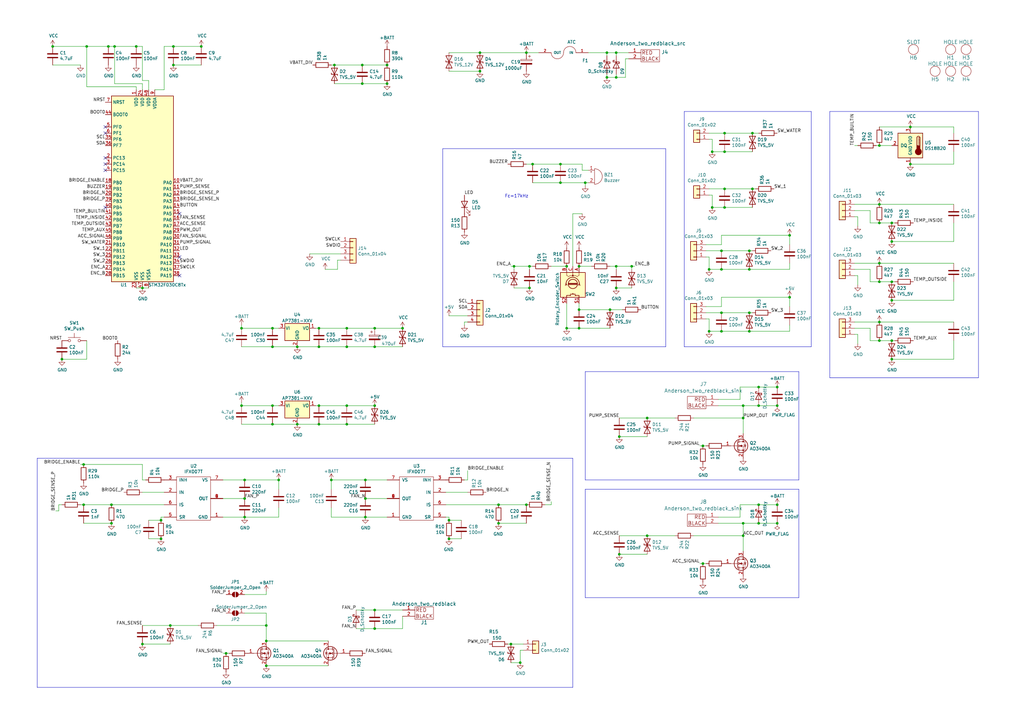
<source format=kicad_sch>
(kicad_sch (version 20230121) (generator eeschema)
  (paper "A3")
  (junction (at 292.1 85.09))
  (junction (at 153.67 166.37))
  (junction (at 99.06 134.62))
  (junction (at 165.1 134.62))
  (junction (at 34.29 207.01))
  (junction (at 45.72 214.63))
  (junction (at 204.47 207.01))
  (junction (at 34.29 190.5))
  (junction (at 109.22 262.89))
  (junction (at 71.12 26.67))
  (junction (at 35.56 19.05))
  (junction (at 25.4 147.32))
  (junction (at 323.85 121.92))
  (junction (at 304.8 214.63))
  (junction (at 121.92 173.99))
  (junction (at 149.86 212.09))
  (junction (at 66.04 220.98))
  (junction (at 184.15 213.36))
  (junction (at 114.3 196.85))
  (junction (at 229.87 67.31))
  (junction (at 92.71 267.97))
  (junction (at 252.73 109.22))
  (junction (at 311.15 214.63))
  (junction (at 55.88 19.05))
  (junction (at 130.81 134.62))
  (junction (at 307.34 135.89))
  (junction (at 149.86 196.85))
  (junction (at 237.49 109.22))
  (junction (at 196.85 29.21))
  (junction (at 99.06 166.37))
  (junction (at 44.45 19.05))
  (junction (at 82.55 19.05))
  (junction (at 304.8 219.71))
  (junction (at 252.73 21.59))
  (junction (at 365.76 91.44))
  (junction (at 373.38 52.07))
  (junction (at 318.77 158.75))
  (junction (at 100.33 212.09))
  (junction (at 142.24 166.37))
  (junction (at 142.24 134.62))
  (junction (at 365.76 147.32))
  (junction (at 232.41 134.62))
  (junction (at 100.33 204.47))
  (junction (at 254 227.33))
  (junction (at 288.29 231.14))
  (junction (at 308.61 77.47))
  (junction (at 360.68 139.7))
  (junction (at 130.81 173.99))
  (junction (at 297.18 85.09))
  (junction (at 311.15 158.75))
  (junction (at 111.76 134.62))
  (junction (at 213.36 271.78))
  (junction (at 69.85 256.54))
  (junction (at 318.77 214.63))
  (junction (at 360.68 132.08))
  (junction (at 318.77 207.01))
  (junction (at 360.68 59.69))
  (junction (at 240.03 74.93))
  (junction (at 46.99 19.05))
  (junction (at 297.18 54.61))
  (junction (at 217.17 109.22))
  (junction (at 307.34 128.27))
  (junction (at 109.22 273.05))
  (junction (at 218.44 67.31))
  (junction (at 323.85 96.52))
  (junction (at 297.18 62.23))
  (junction (at 360.68 91.44))
  (junction (at 311.15 166.37))
  (junction (at 318.77 166.37))
  (junction (at 142.24 142.24))
  (junction (at 130.81 166.37))
  (junction (at 121.92 142.24))
  (junction (at 295.91 128.27))
  (junction (at 290.83 110.49))
  (junction (at 304.8 171.45))
  (junction (at 254 179.07))
  (junction (at 290.83 135.89))
  (junction (at 365.76 99.06))
  (junction (at 149.86 204.47))
  (junction (at 130.81 142.24))
  (junction (at 248.92 21.59))
  (junction (at 21.59 19.05))
  (junction (at 295.91 110.49))
  (junction (at 71.12 19.05))
  (junction (at 217.17 118.11))
  (junction (at 248.92 31.75))
  (junction (at 259.08 109.22))
  (junction (at 308.61 54.61))
  (junction (at 307.34 110.49))
  (junction (at 153.67 250.19))
  (junction (at 209.55 264.16))
  (junction (at 153.67 142.24))
  (junction (at 148.59 26.67))
  (junction (at 288.29 182.88))
  (junction (at 237.49 127))
  (junction (at 111.76 142.24))
  (junction (at 292.1 62.23))
  (junction (at 184.15 220.98))
  (junction (at 250.19 127))
  (junction (at 360.68 115.57))
  (junction (at 295.91 135.89))
  (junction (at 158.75 34.29))
  (junction (at 109.22 256.54))
  (junction (at 311.15 207.01))
  (junction (at 111.76 166.37))
  (junction (at 215.9 21.59))
  (junction (at 304.8 166.37))
  (junction (at 158.75 26.67))
  (junction (at 137.16 26.67))
  (junction (at 100.33 196.85))
  (junction (at 45.72 207.01))
  (junction (at 365.76 123.19))
  (junction (at 252.73 118.11))
  (junction (at 265.43 219.71))
  (junction (at 153.67 257.81))
  (junction (at 360.68 83.82))
  (junction (at 142.24 173.99))
  (junction (at 196.85 21.59))
  (junction (at 237.49 134.62))
  (junction (at 135.89 196.85))
  (junction (at 360.68 107.95))
  (junction (at 252.73 31.75))
  (junction (at 111.76 173.99))
  (junction (at 58.42 264.16))
  (junction (at 365.76 115.57))
  (junction (at 265.43 171.45))
  (junction (at 58.42 118.11))
  (junction (at 295.91 102.87))
  (junction (at 365.76 139.7))
  (junction (at 297.18 77.47))
  (junction (at 215.9 207.01))
  (junction (at 307.34 102.87))
  (junction (at 232.41 109.22))
  (junction (at 373.38 67.31))
  (junction (at 229.87 74.93))
  (junction (at 66.04 213.36))
  (junction (at 148.59 34.29))
  (junction (at 204.47 214.63))
  (junction (at 210.82 109.22))
  (junction (at 153.67 134.62))
  (no_connect (at 43.18 64.77))
  (no_connect (at 43.18 52.07))
  (no_connect (at 43.18 85.09))
  (no_connect (at 73.66 113.03))
  (no_connect (at 43.18 54.61))
  (no_connect (at 43.18 69.85))
  (no_connect (at 43.18 67.31))
  (no_connect (at 73.66 87.63))
  (no_connect (at 73.66 105.41))
  (wire (pts (xy 290.83 54.61) (xy 297.18 54.61)))
  (wire (pts (xy 184.15 21.59) (xy 196.85 21.59)))
  (polyline (pts (xy 240.03 245.11) (xy 327.66 245.11)))
  (wire (pts (xy 209.55 264.16) (xy 214.63 264.16)))
  (wire (pts (xy 276.86 171.45) (xy 265.43 171.45)))
  (wire (pts (xy 323.85 96.52) (xy 323.85 100.33)))
  (wire (pts (xy 311.15 166.37) (xy 304.8 166.37)))
  (wire (pts (xy 153.67 134.62) (xy 165.1 134.62)))
  (wire (pts (xy 69.85 256.54) (xy 58.42 256.54)))
  (wire (pts (xy 24.13 207.01) (xy 24.13 209.55)))
  (wire (pts (xy 367.03 115.57) (xy 365.76 115.57)))
  (wire (pts (xy 252.73 109.22) (xy 250.19 109.22)))
  (wire (pts (xy 391.16 139.7) (xy 391.16 147.32)))
  (polyline (pts (xy 240.03 152.4) (xy 327.66 152.4)))
  (wire (pts (xy 100.33 243.84) (xy 109.22 243.84)))
  (wire (pts (xy 284.48 219.71) (xy 304.8 219.71)))
  (wire (pts (xy 133.35 110.49) (xy 138.43 110.49)))
  (wire (pts (xy 259.08 109.22) (xy 260.35 109.22)))
  (wire (pts (xy 323.85 135.89) (xy 323.85 133.35)))
  (wire (pts (xy 356.87 134.62) (xy 356.87 139.7)))
  (wire (pts (xy 114.3 208.28) (xy 114.3 212.09)))
  (wire (pts (xy 232.41 124.46) (xy 232.41 134.62)))
  (polyline (pts (xy 181.61 142.24) (xy 273.05 142.24)))
  (wire (pts (xy 215.9 207.01) (xy 204.47 207.01)))
  (wire (pts (xy 46.99 34.29) (xy 46.99 19.05)))
  (wire (pts (xy 323.85 121.92) (xy 323.85 125.73)))
  (wire (pts (xy 304.8 166.37) (xy 294.64 166.37)))
  (wire (pts (xy 311.15 158.75) (xy 303.53 158.75)))
  (polyline (pts (xy 401.32 154.94) (xy 401.32 45.72)))
  (wire (pts (xy 25.4 147.32) (xy 35.56 147.32)))
  (wire (pts (xy 35.56 35.56) (xy 55.88 35.56)))
  (wire (pts (xy 67.31 207.01) (xy 45.72 207.01)))
  (polyline (pts (xy 401.32 45.72) (xy 340.36 45.72)))
  (wire (pts (xy 55.88 35.56) (xy 55.88 36.83)))
  (wire (pts (xy 360.68 52.07) (xy 373.38 52.07)))
  (wire (pts (xy 213.36 266.7) (xy 214.63 266.7)))
  (wire (pts (xy 365.76 91.44) (xy 367.03 91.44)))
  (wire (pts (xy 276.86 219.71) (xy 265.43 219.71)))
  (wire (pts (xy 142.24 173.99) (xy 153.67 173.99)))
  (wire (pts (xy 304.8 171.45) (xy 304.8 177.8)))
  (wire (pts (xy 165.1 252.73) (xy 165.1 257.81)))
  (wire (pts (xy 60.96 213.36) (xy 66.04 213.36)))
  (wire (pts (xy 25.4 207.01) (xy 24.13 207.01)))
  (wire (pts (xy 350.52 86.36) (xy 356.87 86.36)))
  (wire (pts (xy 248.92 22.86) (xy 248.92 21.59)))
  (wire (pts (xy 323.85 110.49) (xy 323.85 107.95)))
  (wire (pts (xy 311.15 214.63) (xy 304.8 214.63)))
  (wire (pts (xy 294.64 212.09) (xy 303.53 212.09)))
  (wire (pts (xy 109.22 251.46) (xy 109.22 256.54)))
  (wire (pts (xy 191.77 201.93) (xy 182.88 201.93)))
  (wire (pts (xy 158.75 204.47) (xy 149.86 204.47)))
  (wire (pts (xy 99.06 134.62) (xy 111.76 134.62)))
  (polyline (pts (xy 327.66 200.66) (xy 327.66 245.11)))
  (wire (pts (xy 318.77 207.01) (xy 311.15 207.01)))
  (wire (pts (xy 350.52 59.69) (xy 351.79 59.69)))
  (wire (pts (xy 365.76 99.06) (xy 391.16 99.06)))
  (wire (pts (xy 67.31 19.05) (xy 67.31 36.83)))
  (wire (pts (xy 226.06 109.22) (xy 232.41 109.22)))
  (wire (pts (xy 311.15 166.37) (xy 318.77 166.37)))
  (wire (pts (xy 111.76 134.62) (xy 114.3 134.62)))
  (wire (pts (xy 365.76 115.57) (xy 360.68 115.57)))
  (wire (pts (xy 66.04 220.98) (xy 60.96 220.98)))
  (wire (pts (xy 114.3 196.85) (xy 114.3 200.66)))
  (wire (pts (xy 210.82 109.22) (xy 217.17 109.22)))
  (wire (pts (xy 360.68 132.08) (xy 350.52 132.08)))
  (wire (pts (xy 99.06 133.35) (xy 99.06 134.62)))
  (wire (pts (xy 100.33 196.85) (xy 114.3 196.85)))
  (wire (pts (xy 137.16 34.29) (xy 148.59 34.29)))
  (wire (pts (xy 356.87 110.49) (xy 356.87 115.57)))
  (wire (pts (xy 351.79 92.71) (xy 351.79 88.9)))
  (wire (pts (xy 153.67 250.19) (xy 146.05 250.19)))
  (wire (pts (xy 288.29 231.14) (xy 289.56 231.14)))
  (wire (pts (xy 323.85 121.92) (xy 295.91 121.92)))
  (wire (pts (xy 82.55 26.67) (xy 71.12 26.67)))
  (wire (pts (xy 297.18 62.23) (xy 308.61 62.23)))
  (wire (pts (xy 365.76 91.44) (xy 360.68 91.44)))
  (wire (pts (xy 290.83 135.89) (xy 295.91 135.89)))
  (wire (pts (xy 35.56 19.05) (xy 35.56 35.56)))
  (wire (pts (xy 365.76 123.19) (xy 391.16 123.19)))
  (wire (pts (xy 215.9 67.31) (xy 218.44 67.31)))
  (wire (pts (xy 35.56 19.05) (xy 44.45 19.05)))
  (wire (pts (xy 238.76 69.85) (xy 241.3 69.85)))
  (wire (pts (xy 323.85 96.52) (xy 295.91 96.52)))
  (wire (pts (xy 137.16 26.67) (xy 148.59 26.67)))
  (polyline (pts (xy 327.66 152.4) (xy 327.66 196.85)))
  (wire (pts (xy 158.75 196.85) (xy 149.86 196.85)))
  (wire (pts (xy 252.73 21.59) (xy 257.81 21.59)))
  (wire (pts (xy 91.44 267.97) (xy 92.71 267.97)))
  (wire (pts (xy 290.83 130.81) (xy 289.56 130.81)))
  (wire (pts (xy 391.16 67.31) (xy 373.38 67.31)))
  (wire (pts (xy 58.42 118.11) (xy 60.96 118.11)))
  (wire (pts (xy 289.56 102.87) (xy 295.91 102.87)))
  (wire (pts (xy 121.92 173.99) (xy 130.81 173.99)))
  (wire (pts (xy 135.89 212.09) (xy 149.86 212.09)))
  (wire (pts (xy 295.91 96.52) (xy 295.91 100.33)))
  (wire (pts (xy 351.79 88.9) (xy 350.52 88.9)))
  (wire (pts (xy 109.22 273.05) (xy 134.62 273.05)))
  (wire (pts (xy 223.52 207.01) (xy 226.06 207.01)))
  (wire (pts (xy 290.83 135.89) (xy 290.83 130.81)))
  (wire (pts (xy 33.02 207.01) (xy 34.29 207.01)))
  (polyline (pts (xy 280.67 142.24) (xy 280.67 45.72)))
  (wire (pts (xy 121.92 142.24) (xy 130.81 142.24)))
  (wire (pts (xy 360.68 107.95) (xy 391.16 107.95)))
  (wire (pts (xy 240.03 74.93) (xy 241.3 74.93)))
  (wire (pts (xy 99.06 173.99) (xy 111.76 173.99)))
  (wire (pts (xy 34.29 190.5) (xy 58.42 190.5)))
  (wire (pts (xy 153.67 142.24) (xy 165.1 142.24)))
  (wire (pts (xy 130.81 173.99) (xy 142.24 173.99)))
  (wire (pts (xy 229.87 74.93) (xy 218.44 74.93)))
  (wire (pts (xy 91.44 212.09) (xy 100.33 212.09)))
  (polyline (pts (xy 332.74 142.24) (xy 332.74 45.72)))
  (wire (pts (xy 218.44 109.22) (xy 217.17 109.22)))
  (wire (pts (xy 308.61 102.87) (xy 307.34 102.87)))
  (wire (pts (xy 391.16 91.44) (xy 391.16 99.06)))
  (wire (pts (xy 44.45 19.05) (xy 46.99 19.05)))
  (wire (pts (xy 21.59 19.05) (xy 35.56 19.05)))
  (wire (pts (xy 35.56 147.32) (xy 35.56 139.7)))
  (wire (pts (xy 304.8 219.71) (xy 304.8 226.06)))
  (wire (pts (xy 129.54 166.37) (xy 130.81 166.37)))
  (wire (pts (xy 58.42 196.85) (xy 59.69 196.85)))
  (polyline (pts (xy 181.61 60.96) (xy 273.05 60.96)))
  (wire (pts (xy 356.87 139.7) (xy 360.68 139.7)))
  (wire (pts (xy 99.06 142.24) (xy 111.76 142.24)))
  (wire (pts (xy 367.03 139.7) (xy 365.76 139.7)))
  (wire (pts (xy 114.3 212.09) (xy 100.33 212.09)))
  (wire (pts (xy 234.95 109.22) (xy 234.95 87.63)))
  (wire (pts (xy 99.06 165.1) (xy 99.06 166.37)))
  (wire (pts (xy 295.91 121.92) (xy 295.91 125.73)))
  (wire (pts (xy 165.1 250.19) (xy 153.67 250.19)))
  (wire (pts (xy 307.34 128.27) (xy 295.91 128.27)))
  (wire (pts (xy 60.96 33.02) (xy 60.96 36.83)))
  (wire (pts (xy 138.43 106.68) (xy 139.7 106.68)))
  (wire (pts (xy 295.91 135.89) (xy 307.34 135.89)))
  (wire (pts (xy 209.55 271.78) (xy 213.36 271.78)))
  (wire (pts (xy 142.24 166.37) (xy 153.67 166.37)))
  (wire (pts (xy 234.95 87.63) (xy 238.76 87.63)))
  (wire (pts (xy 295.91 110.49) (xy 307.34 110.49)))
  (wire (pts (xy 71.12 19.05) (xy 67.31 19.05)))
  (wire (pts (xy 289.56 128.27) (xy 295.91 128.27)))
  (wire (pts (xy 351.79 116.84) (xy 351.79 113.03)))
  (wire (pts (xy 58.42 36.83) (xy 58.42 34.29)))
  (wire (pts (xy 292.1 85.09) (xy 292.1 80.01)))
  (wire (pts (xy 81.28 256.54) (xy 69.85 256.54)))
  (polyline (pts (xy 327.66 196.85) (xy 240.03 196.85)))
  (wire (pts (xy 391.16 62.23) (xy 391.16 67.31)))
  (wire (pts (xy 259.08 118.11) (xy 252.73 118.11)))
  (wire (pts (xy 288.29 182.88) (xy 287.02 182.88)))
  (wire (pts (xy 289.56 182.88) (xy 288.29 182.88)))
  (wire (pts (xy 351.79 137.16) (xy 350.52 137.16)))
  (wire (pts (xy 360.68 107.95) (xy 350.52 107.95)))
  (wire (pts (xy 308.61 54.61) (xy 311.15 54.61)))
  (wire (pts (xy 292.1 62.23) (xy 292.1 57.15)))
  (wire (pts (xy 360.68 132.08) (xy 391.16 132.08)))
  (wire (pts (xy 137.16 26.67) (xy 135.89 26.67)))
  (wire (pts (xy 232.41 134.62) (xy 237.49 134.62)))
  (wire (pts (xy 190.5 133.35) (xy 190.5 132.08)))
  (wire (pts (xy 391.16 52.07) (xy 391.16 54.61)))
  (wire (pts (xy 45.72 214.63) (xy 34.29 214.63)))
  (wire (pts (xy 351.79 140.97) (xy 351.79 137.16)))
  (wire (pts (xy 290.83 110.49) (xy 295.91 110.49)))
  (wire (pts (xy 149.86 212.09) (xy 158.75 212.09)))
  (wire (pts (xy 34.29 207.01) (xy 45.72 207.01)))
  (wire (pts (xy 254 227.33) (xy 265.43 227.33)))
  (wire (pts (xy 373.38 52.07) (xy 391.16 52.07)))
  (wire (pts (xy 307.34 110.49) (xy 323.85 110.49)))
  (wire (pts (xy 196.85 21.59) (xy 215.9 21.59)))
  (wire (pts (xy 360.68 83.82) (xy 350.52 83.82)))
  (wire (pts (xy 303.53 207.01) (xy 303.53 212.09)))
  (wire (pts (xy 250.19 127) (xy 237.49 127)))
  (wire (pts (xy 190.5 132.08) (xy 191.77 132.08)))
  (wire (pts (xy 290.83 77.47) (xy 297.18 77.47)))
  (wire (pts (xy 356.87 115.57) (xy 360.68 115.57)))
  (wire (pts (xy 184.15 129.54) (xy 191.77 129.54)))
  (wire (pts (xy 292.1 57.15) (xy 290.83 57.15)))
  (wire (pts (xy 148.59 26.67) (xy 158.75 26.67)))
  (wire (pts (xy 295.91 125.73) (xy 289.56 125.73)))
  (wire (pts (xy 184.15 213.36) (xy 184.15 212.09)))
  (polyline (pts (xy 240.03 200.66) (xy 327.66 200.66)))
  (wire (pts (xy 290.83 105.41) (xy 289.56 105.41)))
  (wire (pts (xy 292.1 80.01) (xy 290.83 80.01)))
  (wire (pts (xy 365.76 139.7) (xy 360.68 139.7)))
  (wire (pts (xy 250.19 127) (xy 255.27 127)))
  (wire (pts (xy 304.8 166.37) (xy 304.8 171.45)))
  (wire (pts (xy 217.17 118.11) (xy 210.82 118.11)))
  (wire (pts (xy 58.42 264.16) (xy 69.85 264.16)))
  (wire (pts (xy 58.42 190.5) (xy 58.42 196.85)))
  (wire (pts (xy 111.76 142.24) (xy 121.92 142.24)))
  (wire (pts (xy 284.48 171.45) (xy 304.8 171.45)))
  (wire (pts (xy 309.88 77.47) (xy 308.61 77.47)))
  (wire (pts (xy 218.44 67.31) (xy 229.87 67.31)))
  (wire (pts (xy 92.71 267.97) (xy 93.98 267.97)))
  (wire (pts (xy 88.9 256.54) (xy 109.22 256.54)))
  (wire (pts (xy 297.18 77.47) (xy 308.61 77.47)))
  (polyline (pts (xy 240.03 200.66) (xy 240.03 245.11)))
  (polyline (pts (xy 280.67 142.24) (xy 332.74 142.24)))
  (wire (pts (xy 237.49 127) (xy 237.49 124.46)))
  (wire (pts (xy 252.73 22.86) (xy 252.73 21.59)))
  (wire (pts (xy 91.44 204.47) (xy 100.33 204.47)))
  (wire (pts (xy 356.87 86.36) (xy 356.87 91.44)))
  (wire (pts (xy 58.42 19.05) (xy 58.42 33.02)))
  (wire (pts (xy 58.42 201.93) (xy 67.31 201.93)))
  (polyline (pts (xy 340.36 154.94) (xy 401.32 154.94)))
  (wire (pts (xy 109.22 262.89) (xy 134.62 262.89)))
  (wire (pts (xy 248.92 21.59) (xy 252.73 21.59)))
  (wire (pts (xy 165.1 257.81) (xy 153.67 257.81)))
  (wire (pts (xy 304.8 214.63) (xy 294.64 214.63)))
  (wire (pts (xy 350.52 134.62) (xy 356.87 134.62)))
  (wire (pts (xy 142.24 142.24) (xy 153.67 142.24)))
  (wire (pts (xy 210.82 110.49) (xy 210.82 109.22)))
  (wire (pts (xy 191.77 193.04) (xy 191.77 196.85)))
  (wire (pts (xy 213.36 271.78) (xy 213.36 266.7)))
  (wire (pts (xy 252.73 110.49) (xy 252.73 109.22)))
  (wire (pts (xy 217.17 109.22) (xy 217.17 110.49)))
  (wire (pts (xy 265.43 171.45) (xy 254 171.45)))
  (wire (pts (xy 33.02 190.5) (xy 34.29 190.5)))
  (wire (pts (xy 127 104.14) (xy 139.7 104.14)))
  (wire (pts (xy 308.61 54.61) (xy 297.18 54.61)))
  (wire (pts (xy 311.15 207.01) (xy 303.53 207.01)))
  (wire (pts (xy 184.15 29.21) (xy 196.85 29.21)))
  (wire (pts (xy 311.15 214.63) (xy 318.77 214.63)))
  (wire (pts (xy 252.73 109.22) (xy 259.08 109.22)))
  (polyline (pts (xy 240.03 152.4) (xy 240.03 196.85)))
  (wire (pts (xy 240.03 74.93) (xy 229.87 74.93)))
  (wire (pts (xy 297.18 85.09) (xy 308.61 85.09)))
  (polyline (pts (xy 234.95 187.96) (xy 234.95 281.94)))
  (wire (pts (xy 208.28 264.16) (xy 209.55 264.16)))
  (wire (pts (xy 58.42 34.29) (xy 46.99 34.29)))
  (wire (pts (xy 135.89 200.66) (xy 135.89 196.85)))
  (wire (pts (xy 391.16 115.57) (xy 391.16 123.19)))
  (wire (pts (xy 226.06 207.01) (xy 226.06 205.74)))
  (wire (pts (xy 109.22 251.46) (xy 100.33 251.46)))
  (polyline (pts (xy 15.24 281.94) (xy 15.24 187.96)))
  (wire (pts (xy 304.8 214.63) (xy 304.8 219.71)))
  (wire (pts (xy 184.15 220.98) (xy 189.23 220.98)))
  (wire (pts (xy 146.05 257.81) (xy 153.67 257.81)))
  (wire (pts (xy 130.81 166.37) (xy 142.24 166.37)))
  (wire (pts (xy 111.76 166.37) (xy 114.3 166.37)))
  (wire (pts (xy 360.68 59.69) (xy 365.76 59.69)))
  (wire (pts (xy 242.57 109.22) (xy 237.49 109.22)))
  (wire (pts (xy 351.79 113.03) (xy 350.52 113.03)))
  (wire (pts (xy 24.13 209.55) (xy 22.86 209.55)))
  (wire (pts (xy 307.34 135.89) (xy 323.85 135.89)))
  (wire (pts (xy 142.24 134.62) (xy 153.67 134.62)))
  (wire (pts (xy 359.41 59.69) (xy 360.68 59.69)))
  (wire (pts (xy 250.19 134.62) (xy 237.49 134.62)))
  (wire (pts (xy 82.55 19.05) (xy 71.12 19.05)))
  (wire (pts (xy 130.81 134.62) (xy 142.24 134.62)))
  (wire (pts (xy 21.59 26.67) (xy 33.02 26.67)))
  (wire (pts (xy 109.22 256.54) (xy 109.22 262.89)))
  (wire (pts (xy 182.88 207.01) (xy 204.47 207.01)))
  (wire (pts (xy 350.52 110.49) (xy 356.87 110.49)))
  (wire (pts (xy 294.64 163.83) (xy 303.53 163.83)))
  (wire (pts (xy 66.04 212.09) (xy 67.31 212.09)))
  (wire (pts (xy 99.06 166.37) (xy 111.76 166.37)))
  (wire (pts (xy 256.54 24.13) (xy 257.81 24.13)))
  (wire (pts (xy 91.44 196.85) (xy 100.33 196.85)))
  (wire (pts (xy 318.77 158.75) (xy 311.15 158.75)))
  (wire (pts (xy 148.59 34.29) (xy 158.75 34.29)))
  (polyline (pts (xy 340.36 45.72) (xy 340.36 154.94)))
  (wire (pts (xy 184.15 212.09) (xy 182.88 212.09)))
  (wire (pts (xy 287.02 231.14) (xy 288.29 231.14)))
  (wire (pts (xy 256.54 31.75) (xy 256.54 24.13)))
  (wire (pts (xy 248.92 31.75) (xy 252.73 31.75)))
  (wire (pts (xy 138.43 110.49) (xy 138.43 106.68)))
  (wire (pts (xy 365.76 147.32) (xy 391.16 147.32)))
  (wire (pts (xy 290.83 110.49) (xy 290.83 105.41)))
  (wire (pts (xy 241.3 21.59) (xy 248.92 21.59)))
  (wire (pts (xy 209.55 109.22) (xy 210.82 109.22)))
  (wire (pts (xy 292.1 85.09) (xy 297.18 85.09)))
  (wire (pts (xy 109.22 243.84) (xy 109.22 242.57)))
  (wire (pts (xy 46.99 19.05) (xy 55.88 19.05)))
  (wire (pts (xy 254 179.07) (xy 265.43 179.07)))
  (wire (pts (xy 55.88 19.05) (xy 58.42 19.05)))
  (wire (pts (xy 190.5 196.85) (xy 191.77 196.85)))
  (polyline (pts (xy 15.24 187.96) (xy 234.95 187.96)))
  (wire (pts (xy 307.34 102.87) (xy 295.91 102.87)))
  (wire (pts (xy 303.53 158.75) (xy 303.53 163.83)))
  (wire (pts (xy 292.1 62.23) (xy 297.18 62.23)))
  (wire (pts (xy 360.68 83.82) (xy 391.16 83.82)))
  (wire (pts (xy 238.76 67.31) (xy 238.76 69.85)))
  (polyline (pts (xy 181.61 142.24) (xy 181.61 60.96)))
  (wire (pts (xy 295.91 100.33) (xy 289.56 100.33)))
  (wire (pts (xy 111.76 173.99) (xy 121.92 173.99)))
  (wire (pts (xy 55.88 118.11) (xy 58.42 118.11)))
  (wire (pts (xy 63.5 36.83) (xy 67.31 36.83)))
  (wire (pts (xy 308.61 128.27) (xy 307.34 128.27)))
  (polyline (pts (xy 280.67 45.72) (xy 332.74 45.72)))
  (wire (pts (xy 248.92 31.75) (xy 248.92 30.48)))
  (wire (pts (xy 240.03 76.2) (xy 240.03 74.93)))
  (wire (pts (xy 229.87 67.31) (xy 238.76 67.31)))
  (wire (pts (xy 189.23 213.36) (xy 184.15 213.36)))
  (wire (pts (xy 66.04 213.36) (xy 66.04 212.09)))
  (wire (pts (xy 135.89 196.85) (xy 149.86 196.85)))
  (wire (pts (xy 220.98 21.59) (xy 215.9 21.59)))
  (wire (pts (xy 265.43 219.71) (xy 254 219.71)))
  (wire (pts (xy 129.54 134.62) (xy 130.81 134.62)))
  (polyline (pts (xy 234.95 281.94) (xy 15.24 281.94)))
  (wire (pts (xy 58.42 33.02) (xy 60.96 33.02)))
  (wire (pts (xy 252.73 30.48) (xy 252.73 31.75)))
  (polyline (pts (xy 273.05 142.24) (xy 273.05 60.96)))
  (wire (pts (xy 252.73 31.75) (xy 256.54 31.75)))
  (wire (pts (xy 259.08 110.49) (xy 259.08 109.22)))
  (wire (pts (xy 204.47 214.63) (xy 215.9 214.63)))
  (wire (pts (xy 130.81 142.24) (xy 142.24 142.24)))
  (wire (pts (xy 356.87 91.44) (xy 360.68 91.44)))
  (wire (pts (xy 135.89 208.28) (xy 135.89 212.09)))
  (text "Fc=17kHz" (at 207.01 81.28 0) (effects (font (size 1.27 1.27)) (justify left bottom)))
  (label "TEMP_INSIDE" (at 43.18 90.17 180))
  (label "FAN_SENSE" (at 73.66 90.17 0))
  (label "FAN_SIGNAL" (at 149.86 267.97 0))
  (label "ACC_OUT" (at 304.8 219.71 0))
  (label "SW_3" (at 43.18 105.41 180))
  (label "PUMP_OUT" (at 304.8 171.45 0))
  (label "ENC_A" (at 43.18 110.49 180))
  (label "VBATT_DIV" (at 73.66 74.93 0))
  (label "BRIDGE_ENABLE" (at 43.18 74.93 180))
  (label "FAN_SIGNAL" (at 91.44 267.97 180))
  (label "BRIDGE_P" (at 50.8 201.93 180))
  (label "BOOT0" (at 48.26 139.7 180))
  (label "VBATT_DIV" (at 128.27 26.67 180))
  (label "TEMP_OUTSIDE" (at 374.65 115.57 0))
  (label "SW_WATER" (at 43.18 100.33 180))
  (label "BRIDGE_ENABLE" (at 191.77 193.04 0))
  (label "TEMP_INSIDE" (at 374.65 91.44 0))
  (label "SW_2" (at 316.23 102.87 0))
  (label "FAN_SIGNAL" (at 73.66 97.79 0))
  (label "FAN_SENSE" (at 58.42 256.54 180))
  (label "BRIDGE_SENSE_N" (at 73.66 82.55 0))
  (label "LED" (at 190.5 80.01 0))
  (label "SWDIO" (at 73.66 107.95 0))
  (label "FAN_P" (at 100.33 204.47 0))
  (label "SCL" (at 43.18 57.15 180))
  (label "BRIDGE_N" (at 43.18 80.01 180))
  (label "FAN_P" (at 92.71 243.84 180))
  (label "ENC_B" (at 260.35 109.22 0))
  (label "SDA" (at 43.18 59.69 180))
  (label "BRIDGE_ENABLE" (at 33.02 190.5 180))
  (label "ACC_SENSE" (at 254 219.71 180))
  (label "ACC_SENSE" (at 73.66 92.71 0))
  (label "SW_2" (at 43.18 107.95 180))
  (label "BUTTON" (at 262.89 127 0))
  (label "FAN_N" (at 146.05 257.81 180))
  (label "ENC_B" (at 43.18 113.03 180))
  (label "ENC_A" (at 209.55 109.22 180))
  (label "FAN_N" (at 92.71 251.46 180))
  (label "SDA" (at 191.77 127 180))
  (label "PWM_OUT" (at 200.66 264.16 180))
  (label "SW_1" (at 43.18 102.87 180))
  (label "PUMP_SENSE" (at 73.66 77.47 0))
  (label "PUMP_SIGNAL" (at 287.02 182.88 180))
  (label "SWCLK" (at 73.66 110.49 0))
  (label "ACC_SIGNAL" (at 287.02 231.14 180))
  (label "SWCLK" (at 139.7 99.06 180))
  (label "BRIDGE_SENSE_P" (at 22.86 209.55 90))
  (label "ACC_SIGNAL" (at 43.18 97.79 180))
  (label "FAN_P" (at 146.05 250.19 180))
  (label "FAN_N" (at 149.86 204.47 180))
  (label "SW_WATER" (at 318.77 54.61 0))
  (label "BUTTON" (at 73.66 85.09 0))
  (label "BRIDGE_N" (at 199.39 201.93 0))
  (label "TEMP_AUX" (at 374.65 139.7 0))
  (label "TEMP_AUX" (at 43.18 95.25 180))
  (label "BRIDGE_P" (at 43.18 82.55 180))
  (label "BUZZER" (at 208.28 67.31 180))
  (label "NRST" (at 25.4 139.7 180))
  (label "SW_1" (at 317.5 77.47 0))
  (label "TEMP_BUILTIN" (at 350.52 59.69 90))
  (label "LED" (at 73.66 102.87 0))
  (label "PUMP_SENSE" (at 254 171.45 180))
  (label "SWDIO" (at 139.7 101.6 180))
  (label "NRST" (at 43.18 41.91 180))
  (label "TEMP_BUILTIN" (at 43.18 87.63 180))
  (label "BOOT0" (at 43.18 46.99 180))
  (label "BUZZER" (at 43.18 77.47 180))
  (label "PWM_OUT" (at 73.66 95.25 0))
  (label "BRIDGE_SENSE_P" (at 73.66 80.01 0))
  (label "SW_3" (at 316.23 128.27 0))
  (label "SCL" (at 191.77 124.46 180))
  (label "BRIDGE_SENSE_N" (at 226.06 205.74 90))
  (label "TEMP_OUTSIDE" (at 43.18 92.71 180))
  (label "PUMP_SIGNAL" (at 73.66 100.33 0))
  (symbol (lib_id "hvac-v2-rescue:Anderson_two_redblack") (at 173.99 251.46 0) (unit 1)
    (property "Reference" "J1" (at 173.99 255.27 0) (effects (font (size 1.524 1.524))))
    (property "Value" "Anderson_two_redblack" (at 173.99 247.65 0) (effects (font (size 1.524 1.524))))
    (property "Footprint" "Homebrew:Anderson_1336G1_right_angle_bottom_two" (effects hide))
  )
  (symbol (lib_id "power:+BATT") (at 215.9 21.59 0) (unit 1)
    (property "Reference" "#PWR026" (effects hide))
    (property "Value" "+BATT" (at 215.9 18.034 0))
  )
  (symbol (lib_id "power:GND") (at 248.92 31.75 0) (unit 1)
    (property "Reference" "#PWR034" (effects hide))
    (property "Value" "GND" (at 248.92 35.56 0))
  )
  (symbol (lib_id "hvac-v2-rescue:POWER_FUSE") (at 231.14 21.59 180) (unit 1)
    (property "Reference" "F1" (at 241.3 24.13 0) (effects (justify left bottom)))
    (property "Value" "ATC" (at 236.22 16.51 0) (effects (justify left bottom)))
    (property "Footprint" "Homebrew:FUSE_3550-2" (effects hide))
    (property "MPN" "3550-2" (effects hide))
  )
  (symbol (lib_id "hvac-v2-rescue:HOLE") (at 389.89 20.32 0) (unit 1)
    (property "Reference" "H1" (at 389.89 23.622 0) (effects (font (size 1.524 1.524))))
    (property "Value" "HOLE" (at 389.89 17.272 0) (effects (font (size 1.524 1.524))))
    (property "Footprint" "Homebrew:HOLE_M4" (effects hide))
  )
  (symbol (lib_id "hvac-v2-rescue:HOLE") (at 396.24 20.32 0) (unit 1)
    (property "Reference" "H3" (at 396.24 23.622 0) (effects (font (size 1.524 1.524))))
    (property "Value" "HOLE" (at 396.24 17.272 0) (effects (font (size 1.524 1.524))))
    (property "Footprint" "Homebrew:HOLE_M4" (effects hide))
  )
  (symbol (lib_id "hvac-v2-rescue:HOLE") (at 389.89 29.21 0) (unit 1)
    (property "Reference" "H2" (at 389.89 32.512 0) (effects (font (size 1.524 1.524))))
    (property "Value" "HOLE" (at 389.89 26.162 0) (effects (font (size 1.524 1.524))))
    (property "Footprint" "Homebrew:HOLE_M4" (effects hide))
  )
  (symbol (lib_id "hvac-v2-rescue:HOLE") (at 396.24 29.21 0) (unit 1)
    (property "Reference" "H4" (at 396.24 32.512 0) (effects (font (size 1.524 1.524))))
    (property "Value" "HOLE" (at 396.24 26.162 0) (effects (font (size 1.524 1.524))))
    (property "Footprint" "Homebrew:HOLE_M4" (effects hide))
  )
  (symbol (lib_id "MCU_ST_STM32F0:STM32F030C8Tx") (at 58.42 77.47 0) (unit 1)
    (property "Reference" "U1" (at 50.8 116.84 0))
    (property "Value" "STM32F030C8Tx" (at 68.58 116.84 0))
    (property "Footprint" "Package_QFP:LQFP-48_7x7mm_P0.5mm" (effects hide))
    (property "Datasheet" "http://www.st.com/st-web-ui/static/active/en/resource/technical/document/datasheet/DM00088500.pdf" (effects hide))
    (property "LCSC" "C23922" (effects hide))
  )
  (symbol (lib_id "Device:C") (at 71.12 22.86 0) (unit 1)
    (property "Reference" "C8" (at 74.041 21.6916 0) (effects (justify left)))
    (property "Value" "100nF" (at 74.041 24.003 0) (effects (justify left)))
    (property "Footprint" "Capacitor_SMD:C_0402_1005Metric" (effects hide))
    (property "LCSC" "C307331" (effects hide))
  )
  (symbol (lib_id "Device:C") (at 82.55 22.86 0) (unit 1)
    (property "Reference" "C9" (at 85.471 21.6916 0) (effects (justify left)))
    (property "Value" "4.7uF" (at 85.471 24.003 0) (effects (justify left)))
    (property "Footprint" "Capacitor_SMD:C_0603_1608Metric" (effects hide))
    (property "LCSC" "C19666" (effects hide))
  )
  (symbol (lib_id "power:GND") (at 71.12 26.67 0) (unit 1)
    (property "Reference" "#PWR011" (effects hide))
    (property "Value" "GND" (at 71.247 31.0642 0))
  )
  (symbol (lib_id "Device:C") (at 21.59 22.86 0) (unit 1)
    (property "Reference" "C1" (at 24.511 21.6916 0) (effects (justify left)))
    (property "Value" "4.7uF" (at 24.511 24.003 0) (effects (justify left)))
    (property "Footprint" "Capacitor_SMD:C_0603_1608Metric" (effects hide))
    (property "LCSC" "C19666" (effects hide))
  )
  (symbol (lib_id "Device:C") (at 44.45 22.86 0) (unit 1)
    (property "Reference" "C4" (at 47.371 21.6916 0) (effects (justify left)))
    (property "Value" "100nF" (at 47.371 24.003 0) (effects (justify left)))
    (property "Footprint" "Capacitor_SMD:C_0402_1005Metric" (effects hide))
    (property "LCSC" "C307331" (effects hide))
  )
  (symbol (lib_id "Device:C") (at 55.88 22.86 0) (unit 1)
    (property "Reference" "C5" (at 58.801 21.6916 0) (effects (justify left)))
    (property "Value" "100nF" (at 58.801 24.003 0) (effects (justify left)))
    (property "Footprint" "Capacitor_SMD:C_0402_1005Metric" (effects hide))
    (property "LCSC" "C307331" (effects hide))
  )
  (symbol (lib_id "Device:C") (at 25.4 143.51 0) (unit 1)
    (property "Reference" "C2" (at 28.321 142.3416 0) (effects (justify left)))
    (property "Value" "100nF" (at 28.321 144.653 0) (effects (justify left)))
    (property "Footprint" "Capacitor_SMD:C_0402_1005Metric" (effects hide))
    (property "LCSC" "C307331" (effects hide))
  )
  (symbol (lib_id "power:GND") (at 304.8 187.96 0) (unit 1)
    (property "Reference" "#PWR043" (effects hide))
    (property "Value" "GND" (at 304.927 192.3542 0))
  )
  (symbol (lib_id "power:GND") (at 55.88 26.67 0) (unit 1)
    (property "Reference" "#PWR07" (effects hide))
    (property "Value" "GND" (at 56.007 31.0642 0))
  )
  (symbol (lib_id "power:GND") (at 44.45 26.67 0) (unit 1)
    (property "Reference" "#PWR04" (effects hide))
    (property "Value" "GND" (at 44.577 31.0642 0))
  )
  (symbol (lib_id "power:GND") (at 33.02 26.67 0) (unit 1)
    (property "Reference" "#PWR03" (effects hide))
    (property "Value" "GND" (at 33.147 31.0642 0))
  )
  (symbol (lib_id "power:VCC") (at 82.55 19.05 0) (unit 1)
    (property "Reference" "#PWR012" (effects hide))
    (property "Value" "VCC" (at 82.931 14.6558 0))
  )
  (symbol (lib_id "power:VCC") (at 21.59 19.05 0) (unit 1)
    (property "Reference" "#PWR01" (effects hide))
    (property "Value" "VCC" (at 21.971 14.6558 0))
  )
  (symbol (lib_id "Transistor_FET:AO3400A") (at 302.26 182.88 0) (unit 1)
    (property "Reference" "Q2" (at 307.467 181.7116 0) (effects (justify left)))
    (property "Value" "AO3400A" (at 307.467 184.023 0) (effects (justify left)))
    (property "Footprint" "Package_TO_SOT_SMD:SOT-23" (effects hide))
    (property "Datasheet" "http://www.aosmd.com/pdfs/datasheet/AO3400A.pdf" (effects hide))
    (property "LCSC" "C20917" (effects hide))
  )
  (symbol (lib_id "Connector_Generic:Conn_01x04") (at 196.85 127 0) (unit 1)
    (property "Reference" "J2" (at 198.882 127.2032 0) (effects (justify left)))
    (property "Value" "Conn_01x04" (at 198.882 129.5146 0) (effects (justify left)))
    (property "Footprint" "Connector_PinHeader_2.54mm:PinHeader_1x04_P2.54mm_Horizontal" (effects hide))
  )
  (symbol (lib_id "power:GND") (at 190.5 133.35 0) (unit 1)
    (property "Reference" "#PWR023" (effects hide))
    (property "Value" "GND" (at 190.627 137.7442 0))
  )
  (symbol (lib_id "power:GND") (at 58.42 118.11 0) (unit 1)
    (property "Reference" "#PWR08" (effects hide))
    (property "Value" "GND" (at 58.547 122.5042 0))
  )
  (symbol (lib_id "Device:R") (at 293.37 182.88 270) (unit 1)
    (property "Reference" "R23" (at 294.5384 184.658 0) (effects (justify left)))
    (property "Value" "150" (at 292.227 184.658 0) (effects (justify left)))
    (property "Footprint" "Resistor_SMD:R_0603_1608Metric" (effects hide))
    (property "LCSC" "C22808" (effects hide))
  )
  (symbol (lib_id "Switch:SW_Push") (at 30.48 139.7 0) (unit 1)
    (property "Reference" "SW1" (at 30.48 132.461 0))
    (property "Value" "SW_Push" (at 30.48 134.7724 0))
    (property "Footprint" "Homebrew:SW_TACTILE_5.1MM_TS-1187A-C-D-B" (effects hide))
    (property "LCSC" "C318884" (effects hide))
  )
  (symbol (lib_id "Device:D_Schottky") (at 311.15 162.56 90) (mirror x) (unit 1)
    (property "Reference" "D17" (at 308.61 162.56 0))
    (property "Value" "D_Schottky" (at 313.69 162.56 0))
    (property "Footprint" "Diode_THT:D_DO-201AD_P12.70mm_Horizontal" (effects hide))
    (property "MPN" "SB10150TA" (effects hide))
  )
  (symbol (lib_id "power:GND") (at 25.4 147.32 0) (unit 1)
    (property "Reference" "#PWR02" (effects hide))
    (property "Value" "GND" (at 25.527 151.7142 0))
  )
  (symbol (lib_id "Device:R") (at 186.69 196.85 90) (unit 1)
    (property "Reference" "R11" (at 185.5216 195.072 0) (effects (justify left)))
    (property "Value" "10k" (at 187.833 195.072 0) (effects (justify left)))
    (property "Footprint" "Resistor_SMD:R_0603_1608Metric" (effects hide))
    (property "LCSC" "C25804" (effects hide))
  )
  (symbol (lib_id "Device:R") (at 195.58 201.93 90) (unit 1)
    (property "Reference" "R12" (at 194.4116 200.152 0) (effects (justify left)))
    (property "Value" "10k" (at 196.723 200.152 0) (effects (justify left)))
    (property "Footprint" "Resistor_SMD:R_0603_1608Metric" (effects hide))
    (property "LCSC" "C25804" (effects hide))
  )
  (symbol (lib_id "Device:C_Polarized") (at 215.9 25.4 0) (mirror y) (unit 1)
    (property "Reference" "C19" (at 209.55 25.4 0) (effects (justify right)))
    (property "Value" "1000uF" (at 207.01 27.94 0) (effects (justify right)))
    (property "Footprint" "Capacitor_THT:CP_Radial_D10.0mm_P5.00mm" (effects hide))
    (property "MPN" "25PK1000MEFC10X16" (effects hide))
  )
  (symbol (lib_id "Device:R") (at 48.26 143.51 0) (unit 1)
    (property "Reference" "R2" (at 50.038 142.3416 0) (effects (justify left)))
    (property "Value" "24k" (at 50.038 144.653 0) (effects (justify left)))
    (property "Footprint" "Resistor_SMD:R_0603_1608Metric" (effects hide))
    (property "LCSC" "C23352" (effects hide))
  )
  (symbol (lib_id "power:GND") (at 48.26 147.32 0) (unit 1)
    (property "Reference" "#PWR06" (effects hide))
    (property "Value" "GND" (at 48.387 151.7142 0))
  )
  (symbol (lib_id "power:GND") (at 215.9 29.21 0) (unit 1)
    (property "Reference" "#PWR027" (effects hide))
    (property "Value" "GND" (at 216.027 33.6042 0))
  )
  (symbol (lib_id "Device:C") (at 135.89 204.47 180) (unit 1)
    (property "Reference" "C13" (at 132.969 205.6384 0) (effects (justify left)))
    (property "Value" "100nF" (at 132.969 203.327 0) (effects (justify left)))
    (property "Footprint" "Capacitor_SMD:C_0402_1005Metric" (effects hide))
    (property "LCSC" "C307331" (effects hide))
  )
  (symbol (lib_id "Device:R") (at 158.75 30.48 0) (unit 1)
    (property "Reference" "R9" (at 160.528 29.3116 0) (effects (justify left)))
    (property "Value" "110k" (at 160.528 31.623 0) (effects (justify left)))
    (property "Footprint" "Resistor_SMD:R_0603_1608Metric" (effects hide))
    (property "LCSC" "C25805" (effects hide))
  )
  (symbol (lib_id "Device:C") (at 114.3 204.47 0) (unit 1)
    (property "Reference" "C12" (at 117.221 203.3016 0) (effects (justify left)))
    (property "Value" "100nF" (at 117.221 205.613 0) (effects (justify left)))
    (property "Footprint" "Capacitor_SMD:C_0402_1005Metric" (effects hide))
    (property "LCSC" "C307331" (effects hide))
  )
  (symbol (lib_id "Device:R") (at 158.75 22.86 0) (unit 1)
    (property "Reference" "R8" (at 160.528 21.6916 0) (effects (justify left)))
    (property "Value" "390k" (at 160.528 24.003 0) (effects (justify left)))
    (property "Footprint" "Resistor_SMD:R_0603_1608Metric" (effects hide))
    (property "LCSC" "C23150" (effects hide))
  )
  (symbol (lib_id "power:+BATT") (at 158.75 19.05 0) (unit 1)
    (property "Reference" "#PWR017" (effects hide))
    (property "Value" "+BATT" (at 158.75 15.494 0))
  )
  (symbol (lib_id "Device:C") (at 100.33 200.66 0) (unit 1)
    (property "Reference" "C10" (at 103.251 199.4916 0) (effects (justify left)))
    (property "Value" "220nF" (at 103.251 201.803 0) (effects (justify left)))
    (property "Footprint" "Capacitor_SMD:C_0805_2012Metric" (effects hide))
    (property "LCSC" "C5378" (effects hide))
  )
  (symbol (lib_id "Device:C") (at 100.33 208.28 0) (unit 1)
    (property "Reference" "C11" (at 103.251 207.1116 0) (effects (justify left)))
    (property "Value" "220nF" (at 103.251 209.423 0) (effects (justify left)))
    (property "Footprint" "Capacitor_SMD:C_0805_2012Metric" (effects hide))
    (property "LCSC" "C5378" (effects hide))
  )
  (symbol (lib_id "power:+BATT") (at 318.77 158.75 0) (unit 1)
    (property "Reference" "#PWR046" (effects hide))
    (property "Value" "+BATT" (at 318.77 155.194 0))
  )
  (symbol (lib_id "power:GND") (at 158.75 34.29 0) (unit 1)
    (property "Reference" "#PWR018" (effects hide))
    (property "Value" "GND" (at 158.877 38.6842 0))
  )
  (symbol (lib_id "Device:C") (at 148.59 30.48 0) (unit 1)
    (property "Reference" "C14" (at 151.511 29.3116 0) (effects (justify left)))
    (property "Value" "4.7uF" (at 151.511 31.623 0) (effects (justify left)))
    (property "Footprint" "Capacitor_SMD:C_0603_1608Metric" (effects hide))
    (property "LCSC" "C19666" (effects hide))
  )
  (symbol (lib_id "Device:C") (at 149.86 200.66 180) (unit 1)
    (property "Reference" "C15" (at 146.939 201.8284 0) (effects (justify left)))
    (property "Value" "220nF" (at 146.939 199.517 0) (effects (justify left)))
    (property "Footprint" "Capacitor_SMD:C_0805_2012Metric" (effects hide))
    (property "LCSC" "C5378" (effects hide))
  )
  (symbol (lib_id "Device:C") (at 149.86 208.28 180) (unit 1)
    (property "Reference" "C16" (at 146.939 209.4484 0) (effects (justify left)))
    (property "Value" "220nF" (at 146.939 207.137 0) (effects (justify left)))
    (property "Footprint" "Capacitor_SMD:C_0805_2012Metric" (effects hide))
    (property "LCSC" "C5378" (effects hide))
  )
  (symbol (lib_id "Device:D_TVS") (at 137.16 30.48 270) (unit 1)
    (property "Reference" "D2" (at 139.192 29.3116 90) (effects (justify left)))
    (property "Value" "TVS_5V" (at 139.192 31.623 90) (effects (justify left)))
    (property "Footprint" "Diode_SMD:D_SOD-323" (effects hide))
    (property "LCSC" "C182013" (effects hide))
  )
  (symbol (lib_id "Device:D_TVS") (at 196.85 25.4 270) (unit 1)
    (property "Reference" "D4" (at 198.882 24.2316 90) (effects (justify left)))
    (property "Value" "TVS_12V" (at 198.882 26.543 90) (effects (justify left)))
    (property "Footprint" "Diode_SMD:D_SMB_Handsoldering" (effects hide))
    (property "MPN" "SMBJ16CA" (effects hide))
  )
  (symbol (lib_id "power:GND") (at 196.85 29.21 0) (unit 1)
    (property "Reference" "#PWR021" (effects hide))
    (property "Value" "GND" (at 196.85 33.02 0))
  )
  (symbol (lib_id "Device:R") (at 288.29 186.69 0) (mirror y) (unit 1)
    (property "Reference" "R32" (at 286.512 185.5216 0) (effects (justify left)))
    (property "Value" "10k" (at 286.512 187.833 0) (effects (justify left)))
    (property "Footprint" "Resistor_SMD:R_0603_1608Metric" (effects hide))
    (property "LCSC" "C25804" (effects hide))
  )
  (symbol (lib_id "Device:C") (at 318.77 162.56 0) (unit 1)
    (property "Reference" "C33" (at 321.691 161.3916 0) (effects (justify left)))
    (property "Value" "100nF" (at 321.691 163.703 0) (effects (justify left)))
    (property "Footprint" "Capacitor_SMD:C_0402_1005Metric" (effects hide))
    (property "LCSC" "C307331" (effects hide))
  )
  (symbol (lib_id "hvac-v2-rescue:HOLE") (at 374.65 20.32 0) (unit 1)
    (property "Reference" "H6" (at 374.65 23.622 0) (effects (font (size 1.524 1.524))))
    (property "Value" "SLOT" (at 374.65 17.272 0) (effects (font (size 1.524 1.524))))
    (property "Footprint" "Homebrew:SLOT_W2mm_H8mm" (effects hide))
  )
  (symbol (lib_id "power:GND") (at 100.33 212.09 0) (unit 1)
    (property "Reference" "#PWR013" (effects hide))
    (property "Value" "GND" (at 100.457 216.4842 0))
  )
  (symbol (lib_id "power:GND") (at 149.86 212.09 0) (unit 1)
    (property "Reference" "#PWR016" (effects hide))
    (property "Value" "GND" (at 149.987 216.4842 0))
  )
  (symbol (lib_id "Device:R") (at 45.72 210.82 0) (unit 1)
    (property "Reference" "R1" (at 47.498 209.6516 0) (effects (justify left)))
    (property "Value" "470" (at 47.498 211.963 0) (effects (justify left)))
    (property "Footprint" "Resistor_SMD:R_0603_1608Metric" (effects hide))
    (property "LCSC" "C23179" (effects hide))
  )
  (symbol (lib_id "power:GND") (at 288.29 190.5 0) (unit 1)
    (property "Reference" "#PWR0106" (effects hide))
    (property "Value" "GND" (at 288.417 194.8942 0))
  )
  (symbol (lib_id "power:GND") (at 45.72 214.63 0) (unit 1)
    (property "Reference" "#PWR05" (effects hide))
    (property "Value" "GND" (at 45.847 219.0242 0))
  )
  (symbol (lib_id "Device:C") (at 34.29 210.82 0) (unit 1)
    (property "Reference" "C3" (at 37.211 209.6516 0) (effects (justify left)))
    (property "Value" "1nF" (at 37.211 211.963 0) (effects (justify left)))
    (property "Footprint" "Capacitor_SMD:C_0402_1005Metric" (effects hide))
    (property "LCSC" "C1523" (effects hide))
  )
  (symbol (lib_id "Device:R") (at 66.04 217.17 0) (unit 1)
    (property "Reference" "R5" (at 67.818 216.0016 0) (effects (justify left)))
    (property "Value" "10k" (at 67.818 218.313 0) (effects (justify left)))
    (property "Footprint" "Resistor_SMD:R_0603_1608Metric" (effects hide))
    (property "LCSC" "C25804" (effects hide))
  )
  (symbol (lib_id "power:GND") (at 66.04 220.98 0) (unit 1)
    (property "Reference" "#PWR010" (effects hide))
    (property "Value" "GND" (at 66.167 225.3742 0))
  )
  (symbol (lib_id "Device:R") (at 288.29 234.95 0) (mirror y) (unit 1)
    (property "Reference" "R33" (at 286.512 233.7816 0) (effects (justify left)))
    (property "Value" "10k" (at 286.512 236.093 0) (effects (justify left)))
    (property "Footprint" "Resistor_SMD:R_0603_1608Metric" (effects hide))
    (property "LCSC" "C25804" (effects hide))
  )
  (symbol (lib_id "Device:R") (at 204.47 210.82 0) (mirror y) (unit 1)
    (property "Reference" "R14" (at 202.692 209.6516 0) (effects (justify left)))
    (property "Value" "470" (at 202.692 211.963 0) (effects (justify left)))
    (property "Footprint" "Resistor_SMD:R_0603_1608Metric" (effects hide))
    (property "LCSC" "C23179" (effects hide))
  )
  (symbol (lib_id "power:GND") (at 204.47 214.63 0) (mirror y) (unit 1)
    (property "Reference" "#PWR024" (effects hide))
    (property "Value" "GND" (at 204.343 219.0242 0))
  )
  (symbol (lib_id "Device:C") (at 215.9 210.82 0) (mirror y) (unit 1)
    (property "Reference" "C20" (at 212.979 209.6516 0) (effects (justify left)))
    (property "Value" "1nF" (at 212.979 211.963 0) (effects (justify left)))
    (property "Footprint" "Capacitor_SMD:C_0402_1005Metric" (effects hide))
    (property "LCSC" "C1523" (effects hide))
  )
  (symbol (lib_id "Device:R") (at 184.15 217.17 0) (mirror y) (unit 1)
    (property "Reference" "R10" (at 182.372 216.0016 0) (effects (justify left)))
    (property "Value" "10k" (at 182.372 218.313 0) (effects (justify left)))
    (property "Footprint" "Resistor_SMD:R_0603_1608Metric" (effects hide))
    (property "LCSC" "C25804" (effects hide))
  )
  (symbol (lib_id "power:GND") (at 184.15 220.98 0) (mirror y) (unit 1)
    (property "Reference" "#PWR019" (effects hide))
    (property "Value" "GND" (at 184.023 225.3742 0))
  )
  (symbol (lib_id "Device:C") (at 60.96 217.17 180) (unit 1)
    (property "Reference" "C7" (at 58.039 218.3384 0) (effects (justify left)))
    (property "Value" "100nF" (at 58.039 216.027 0) (effects (justify left)))
    (property "Footprint" "Capacitor_SMD:C_0402_1005Metric" (effects hide))
    (property "LCSC" "C307331" (effects hide))
  )
  (symbol (lib_id "power:GND") (at 288.29 238.76 0) (unit 1)
    (property "Reference" "#PWR0107" (effects hide))
    (property "Value" "GND" (at 288.417 243.1542 0))
  )
  (symbol (lib_id "Device:D_TVS") (at 265.43 175.26 270) (unit 1)
    (property "Reference" "D11" (at 267.462 174.0916 90) (effects (justify left)))
    (property "Value" "TVS_5V" (at 267.462 176.403 90) (effects (justify left)))
    (property "Footprint" "Diode_SMD:D_SOD-323" (effects hide))
    (property "LCSC" "C182013" (effects hide))
  )
  (symbol (lib_id "Device:C") (at 189.23 217.17 0) (unit 1)
    (property "Reference" "C18" (at 192.151 216.0016 0) (effects (justify left)))
    (property "Value" "100nF" (at 192.151 218.313 0) (effects (justify left)))
    (property "Footprint" "Capacitor_SMD:C_0402_1005Metric" (effects hide))
    (property "LCSC" "C307331" (effects hide))
  )
  (symbol (lib_id "Device:C") (at 254 175.26 0) (unit 1)
    (property "Reference" "C25" (at 256.921 174.0916 0) (effects (justify left)))
    (property "Value" "100nF" (at 256.921 176.403 0) (effects (justify left)))
    (property "Footprint" "Capacitor_SMD:C_0402_1005Metric" (effects hide))
    (property "LCSC" "C307331" (effects hide))
  )
  (symbol (lib_id "Device:R") (at 92.71 271.78 0) (mirror y) (unit 1)
    (property "Reference" "R30" (at 90.932 270.6116 0) (effects (justify left)))
    (property "Value" "10k" (at 90.932 272.923 0) (effects (justify left)))
    (property "Footprint" "Resistor_SMD:R_0603_1608Metric" (effects hide))
    (property "LCSC" "C25804" (effects hide))
  )
  (symbol (lib_id "power:GND") (at 254 179.07 0) (unit 1)
    (property "Reference" "#PWR035" (effects hide))
    (property "Value" "GND" (at 254.127 183.4642 0))
  )
  (symbol (lib_id "Device:R") (at 280.67 171.45 270) (unit 1)
    (property "Reference" "R21" (at 281.8384 173.228 0) (effects (justify left)))
    (property "Value" "24k" (at 279.527 173.228 0) (effects (justify left)))
    (property "Footprint" "Resistor_SMD:R_0603_1608Metric" (effects hide))
    (property "LCSC" "C23352" (effects hide))
  )
  (symbol (lib_id "Device:D_Schottky") (at 248.92 26.67 90) (mirror x) (unit 1)
    (property "Reference" "D8" (at 246.38 26.67 0))
    (property "Value" "D_Schottky" (effects hide))
    (property "Footprint" "Diode_THT:D_DO-201AD_P12.70mm_Horizontal" (effects hide))
    (property "MPN" "SB10150TA" (effects hide))
  )
  (symbol (lib_id "Homebrew:IFX007T") (at 80.01 203.2 0) (unit 1)
    (property "Reference" "U2" (at 79.375 191.135 0))
    (property "Value" "IFX007T" (at 79.375 193.4464 0))
    (property "Footprint" "Package_TO_SOT_SMD:TO-263-7_TabPin8" (effects hide))
    (property "Datasheet" "https://media.digikey.com/pdf/Data%20Sheets/Infineon%20PDFs/IFX007T_Rev1.0_2018-02-21.pdf" (effects hide))
    (property "MPN" "IFX007T" (effects hide))
  )
  (symbol (lib_id "power:GND") (at 92.71 275.59 0) (unit 1)
    (property "Reference" "#PWR0108" (effects hide))
    (property "Value" "GND" (at 92.837 279.9842 0))
  )
  (symbol (lib_id "Homebrew:IFX007T") (at 170.18 203.2 0) (mirror y) (unit 1)
    (property "Reference" "U3" (at 170.815 191.135 0))
    (property "Value" "IFX007T" (at 170.815 193.4464 0))
    (property "Footprint" "Package_TO_SOT_SMD:TO-263-7_TabPin8" (effects hide))
    (property "MPN" "IFX007T" (effects hide))
  )
  (symbol (lib_id "Device:R") (at 63.5 196.85 90) (unit 1)
    (property "Reference" "R4" (at 62.3316 195.072 0) (effects (justify left)))
    (property "Value" "10k" (at 64.643 195.072 0) (effects (justify left)))
    (property "Footprint" "Resistor_SMD:R_0603_1608Metric" (effects hide))
    (property "LCSC" "C25804" (effects hide))
  )
  (symbol (lib_id "Device:R") (at 54.61 201.93 90) (unit 1)
    (property "Reference" "R3" (at 53.4416 200.152 0) (effects (justify left)))
    (property "Value" "10k" (at 55.753 200.152 0) (effects (justify left)))
    (property "Footprint" "Resistor_SMD:R_0603_1608Metric" (effects hide))
    (property "LCSC" "C25804" (effects hide))
  )
  (symbol (lib_id "Device:R") (at 34.29 194.31 0) (unit 1)
    (property "Reference" "R29" (at 36.068 193.1416 0) (effects (justify left)))
    (property "Value" "110k" (at 36.068 195.453 0) (effects (justify left)))
    (property "Footprint" "Resistor_SMD:R_0603_1608Metric" (effects hide))
    (property "LCSC" "C25805" (effects hide))
  )
  (symbol (lib_id "power:GND") (at 109.22 273.05 0) (unit 1)
    (property "Reference" "#PWR015" (effects hide))
    (property "Value" "GND" (at 109.347 277.4442 0))
  )
  (symbol (lib_id "Transistor_FET:AO3400A") (at 106.68 267.97 0) (unit 1)
    (property "Reference" "Q1" (at 111.887 266.8016 0) (effects (justify left)))
    (property "Value" "AO3400A" (at 111.887 269.113 0) (effects (justify left)))
    (property "Footprint" "Package_TO_SOT_SMD:SOT-23" (effects hide))
    (property "Datasheet" "http://www.aosmd.com/pdfs/datasheet/AO3400A.pdf" (effects hide))
    (property "LCSC" "C20917" (effects hide))
  )
  (symbol (lib_id "Device:R") (at 97.79 267.97 270) (unit 1)
    (property "Reference" "R7" (at 98.9584 269.748 0) (effects (justify left)))
    (property "Value" "150" (at 96.647 269.748 0) (effects (justify left)))
    (property "Footprint" "Resistor_SMD:R_0603_1608Metric" (effects hide))
    (property "LCSC" "C22808" (effects hide))
  )
  (symbol (lib_id "Device:D_Schottky") (at 146.05 254 90) (mirror x) (unit 1)
    (property "Reference" "D3" (at 143.51 254 0))
    (property "Value" "D_Schottky" (at 148.59 254 0))
    (property "Footprint" "Diode_THT:D_DO-201AD_P12.70mm_Horizontal" (effects hide))
    (property "MPN" "SB10150TA" (effects hide))
  )
  (symbol (lib_id "power:+BATT") (at 109.22 242.57 0) (unit 1)
    (property "Reference" "#PWR014" (effects hide))
    (property "Value" "+BATT" (at 109.22 239.014 0))
  )
  (symbol (lib_id "Device:C") (at 153.67 254 0) (unit 1)
    (property "Reference" "C17" (at 156.591 252.8316 0) (effects (justify left)))
    (property "Value" "100nF" (at 156.591 255.143 0) (effects (justify left)))
    (property "Footprint" "Capacitor_SMD:C_0402_1005Metric" (effects hide))
    (property "LCSC" "C307331" (effects hide))
  )
  (symbol (lib_id "Device:D_TVS") (at 69.85 260.35 270) (unit 1)
    (property "Reference" "D1" (at 71.882 259.1816 90) (effects (justify left)))
    (property "Value" "TVS_5V" (at 71.882 261.493 90) (effects (justify left)))
    (property "Footprint" "Diode_SMD:D_SOD-323" (effects hide))
    (property "LCSC" "C182013" (effects hide))
  )
  (symbol (lib_id "Device:C") (at 58.42 260.35 0) (unit 1)
    (property "Reference" "C6" (at 61.341 259.1816 0) (effects (justify left)))
    (property "Value" "100nF" (at 61.341 261.493 0) (effects (justify left)))
    (property "Footprint" "Capacitor_SMD:C_0402_1005Metric" (effects hide))
    (property "LCSC" "C307331" (effects hide))
  )
  (symbol (lib_id "power:GND") (at 58.42 264.16 0) (unit 1)
    (property "Reference" "#PWR09" (effects hide))
    (property "Value" "GND" (at 58.547 268.5542 0))
  )
  (symbol (lib_id "Device:R") (at 85.09 256.54 270) (unit 1)
    (property "Reference" "R6" (at 86.2584 258.318 0) (effects (justify left)))
    (property "Value" "24k" (at 83.947 258.318 0) (effects (justify left)))
    (property "Footprint" "Resistor_SMD:R_0603_1608Metric" (effects hide))
    (property "LCSC" "C23352" (effects hide))
  )
  (symbol (lib_id "Jumper:SolderJumper_2_Open") (at 96.52 243.84 0) (unit 1)
    (property "Reference" "JP1" (at 96.52 238.633 0))
    (property "Value" "SolderJumper_2_Open" (at 96.52 240.9444 0))
    (property "Footprint" "Jumper:SolderJumper-2_P1.3mm_Open_TrianglePad1.0x1.5mm" (effects hide))
  )
  (symbol (lib_id "Jumper:SolderJumper_2_Open") (at 96.52 251.46 0) (mirror y) (unit 1)
    (property "Reference" "JP2" (at 96.52 254 0))
    (property "Value" "SolderJumper_2_Open" (at 99.06 248.92 0))
    (property "Footprint" "Jumper:SolderJumper-2_P1.3mm_Open_TrianglePad1.0x1.5mm" (effects hide))
  )
  (symbol (lib_id "Device:D_Schottky") (at 252.73 26.67 90) (mirror x) (unit 1)
    (property "Reference" "D9" (at 255.27 29.21 0))
    (property "Value" "D_Schottky" (at 246.38 29.21 90))
    (property "Footprint" "Diode_THT:D_DO-201AD_P12.70mm_Horizontal" (effects hide))
    (property "MPN" "SB10150TA" (effects hide))
  )
  (symbol (lib_id "power:GND") (at 34.29 198.12 0) (unit 1)
    (property "Reference" "#PWR0109" (effects hide))
    (property "Value" "GND" (at 34.417 202.5142 0))
  )
  (symbol (lib_id "Sensor_Temperature:DS18B20") (at 373.38 59.69 0) (mirror y) (unit 1)
    (property "Reference" "U5" (at 379.222 58.5216 0) (effects (justify right)))
    (property "Value" "DS18B20" (at 379.222 60.833 0) (effects (justify right)))
    (property "Footprint" "Package_TO_SOT_THT:TO-92_Inline" (effects hide))
    (property "Datasheet" "http://datasheets.maximintegrated.com/en/ds/DS18B20.pdf" (effects hide))
    (property "MPN" "DS18B20" (effects hide))
  )
  (symbol (lib_id "power:VCC") (at 373.38 52.07 0) (unit 1)
    (property "Reference" "#PWR056" (effects hide))
    (property "Value" "VCC" (at 373.761 47.6758 0))
  )
  (symbol (lib_id "power:GND") (at 373.38 67.31 0) (unit 1)
    (property "Reference" "#PWR057" (effects hide))
    (property "Value" "GND" (at 373.507 71.7042 0))
  )
  (symbol (lib_id "Device:C") (at 391.16 58.42 0) (unit 1)
    (property "Reference" "C40" (at 394.081 57.2516 0) (effects (justify left)))
    (property "Value" "100nF" (at 394.081 59.563 0) (effects (justify left)))
    (property "Footprint" "Capacitor_SMD:C_0402_1005Metric" (effects hide))
    (property "LCSC" "C307331" (effects hide))
  )
  (symbol (lib_id "Device:R") (at 360.68 55.88 0) (unit 1)
    (property "Reference" "R25" (at 362.458 54.7116 0) (effects (justify left)))
    (property "Value" "4k7" (at 362.458 57.023 0) (effects (justify left)))
    (property "Footprint" "Resistor_SMD:R_0603_1608Metric" (effects hide))
    (property "LCSC" "C23162" (effects hide))
  )
  (symbol (lib_id "Connector_Generic:Conn_01x03") (at 345.44 86.36 180) (unit 1)
    (property "Reference" "J11" (at 347.5228 78.105 0))
    (property "Value" "Conn_01x03" (at 347.5228 80.4164 0))
    (property "Footprint" "Connector_PinHeader_2.54mm:PinHeader_1x03_P2.54mm_Horizontal" (effects hide))
  )
  (symbol (lib_id "power:GND") (at 351.79 92.71 0) (unit 1)
    (property "Reference" "#PWR050" (effects hide))
    (property "Value" "GND" (at 351.917 97.1042 0))
  )
  (symbol (lib_id "Device:R") (at 360.68 87.63 0) (unit 1)
    (property "Reference" "R26" (at 362.458 86.4616 0) (effects (justify left)))
    (property "Value" "4k7" (at 362.458 88.773 0) (effects (justify left)))
    (property "Footprint" "Resistor_SMD:R_0603_1608Metric" (effects hide))
    (property "LCSC" "C23162" (effects hide))
  )
  (symbol (lib_id "Device:C") (at 391.16 87.63 0) (unit 1)
    (property "Reference" "C41" (at 394.081 86.4616 0) (effects (justify left)))
    (property "Value" "100nF" (at 394.081 88.773 0) (effects (justify left)))
    (property "Footprint" "Capacitor_SMD:C_0402_1005Metric" (effects hide))
    (property "LCSC" "C307331" (effects hide))
  )
  (symbol (lib_id "Connector_Generic:Conn_01x03") (at 345.44 110.49 180) (unit 1)
    (property "Reference" "J12" (at 347.5228 102.235 0))
    (property "Value" "Conn_01x03" (at 347.5228 104.5464 0))
    (property "Footprint" "Connector_PinHeader_2.54mm:PinHeader_1x03_P2.54mm_Horizontal" (effects hide))
  )
  (symbol (lib_id "power:GND") (at 351.79 116.84 0) (unit 1)
    (property "Reference" "#PWR051" (effects hide))
    (property "Value" "GND" (at 351.917 121.2342 0))
  )
  (symbol (lib_id "Device:R") (at 360.68 111.76 0) (unit 1)
    (property "Reference" "R27" (at 362.458 110.5916 0) (effects (justify left)))
    (property "Value" "4k7" (at 362.458 112.903 0) (effects (justify left)))
    (property "Footprint" "Resistor_SMD:R_0603_1608Metric" (effects hide))
    (property "LCSC" "C23162" (effects hide))
  )
  (symbol (lib_id "Device:C") (at 391.16 111.76 0) (unit 1)
    (property "Reference" "C42" (at 394.081 110.5916 0) (effects (justify left)))
    (property "Value" "100nF" (at 394.081 112.903 0) (effects (justify left)))
    (property "Footprint" "Capacitor_SMD:C_0402_1005Metric" (effects hide))
    (property "LCSC" "C307331" (effects hide))
  )
  (symbol (lib_id "Connector_Generic:Conn_01x03") (at 345.44 134.62 180) (unit 1)
    (property "Reference" "J13" (at 347.5228 126.365 0))
    (property "Value" "Conn_01x03" (at 347.5228 128.6764 0))
    (property "Footprint" "Connector_PinHeader_2.54mm:PinHeader_1x03_P2.54mm_Horizontal" (effects hide))
  )
  (symbol (lib_id "power:GND") (at 351.79 140.97 0) (unit 1)
    (property "Reference" "#PWR052" (effects hide))
    (property "Value" "GND" (at 351.917 145.3642 0))
  )
  (symbol (lib_id "Device:R") (at 360.68 135.89 0) (unit 1)
    (property "Reference" "R28" (at 362.458 134.7216 0) (effects (justify left)))
    (property "Value" "4k7" (at 362.458 137.033 0) (effects (justify left)))
    (property "Footprint" "Resistor_SMD:R_0603_1608Metric" (effects hide))
    (property "LCSC" "C23162" (effects hide))
  )
  (symbol (lib_id "Device:C") (at 391.16 135.89 0) (unit 1)
    (property "Reference" "C43" (at 394.081 134.7216 0) (effects (justify left)))
    (property "Value" "100nF" (at 394.081 137.033 0) (effects (justify left)))
    (property "Footprint" "Capacitor_SMD:C_0402_1005Metric" (effects hide))
    (property "LCSC" "C307331" (effects hide))
  )
  (symbol (lib_id "Connector_Generic:Conn_01x02") (at 285.75 57.15 180) (unit 1)
    (property "Reference" "J9" (at 287.8328 48.895 0))
    (property "Value" "Conn_01x02" (at 287.8328 51.2064 0))
    (property "Footprint" "Connector_PinHeader_2.54mm:PinHeader_1x02_P2.54mm_Horizontal" (effects hide))
  )
  (symbol (lib_id "power:GND") (at 292.1 62.23 0) (unit 1)
    (property "Reference" "#PWR041" (effects hide))
    (property "Value" "GND" (at 292.227 66.6242 0))
  )
  (symbol (lib_id "Device:C") (at 297.18 58.42 0) (unit 1)
    (property "Reference" "C31" (at 300.101 57.2516 0) (effects (justify left)))
    (property "Value" "100nF" (at 300.101 59.563 0) (effects (justify left)))
    (property "Footprint" "Capacitor_SMD:C_0402_1005Metric" (effects hide))
    (property "LCSC" "C307331" (effects hide))
  )
  (symbol (lib_id "Connector_Generic:Conn_01x02") (at 285.75 80.01 180) (unit 1)
    (property "Reference" "J10" (at 287.8328 71.755 0))
    (property "Value" "Conn_01x02" (at 287.8328 74.0664 0))
    (property "Footprint" "Connector_PinHeader_2.54mm:PinHeader_1x02_P2.54mm_Horizontal" (effects hide))
  )
  (symbol (lib_id "power:GND") (at 292.1 85.09 0) (unit 1)
    (property "Reference" "#PWR042" (effects hide))
    (property "Value" "GND" (at 292.227 89.4842 0))
  )
  (symbol (lib_id "Device:C") (at 297.18 81.28 0) (unit 1)
    (property "Reference" "C32" (at 300.101 80.1116 0) (effects (justify left)))
    (property "Value" "100nF" (at 300.101 82.423 0) (effects (justify left)))
    (property "Footprint" "Capacitor_SMD:C_0402_1005Metric" (effects hide))
    (property "LCSC" "C307331" (effects hide))
  )
  (symbol (lib_id "hvac-v2-rescue:HOLE") (at 383.54 29.21 0) (unit 1)
    (property "Reference" "H5" (at 383.54 32.512 0) (effects (font (size 1.524 1.524))))
    (property "Value" "HOLE" (at 383.54 26.162 0) (effects (font (size 1.524 1.524))))
    (property "Footprint" "Homebrew:HOLE_M4" (effects hide))
  )
  (symbol (lib_id "power:GND") (at 290.83 110.49 0) (unit 1)
    (property "Reference" "#PWR038" (effects hide))
    (property "Value" "GND" (at 290.957 114.8842 0))
  )
  (symbol (lib_id "Device:C") (at 295.91 106.68 0) (unit 1)
    (property "Reference" "C28" (at 298.831 105.5116 0) (effects (justify left)))
    (property "Value" "100nF" (at 298.831 107.823 0) (effects (justify left)))
    (property "Footprint" "Capacitor_SMD:C_0402_1005Metric" (effects hide))
    (property "LCSC" "C307331" (effects hide))
  )
  (symbol (lib_id "Device:R") (at 314.96 54.61 90) (unit 1)
    (property "Reference" "R37" (at 313.7916 52.832 0) (effects (justify left)))
    (property "Value" "1k" (at 316.103 52.832 0) (effects (justify left)))
    (property "Footprint" "Resistor_SMD:R_0603_1608Metric" (effects hide))
    (property "LCSC" "C22808" (effects hide))
  )
  (symbol (lib_id "Device:LED") (at 190.5 83.82 90) (unit 1)
    (property "Reference" "D5" (at 193.4972 82.8294 90) (effects (justify right)))
    (property "Value" "LED" (at 193.4972 85.1408 90) (effects (justify right)))
    (property "Footprint" "LED_SMD:LED_0805_2012Metric" (effects hide))
    (property "LCSC" "C84256" (effects hide))
  )
  (symbol (lib_id "Device:R") (at 190.5 91.44 180) (unit 1)
    (property "Reference" "R13" (at 188.722 92.6084 0) (effects (justify left)))
    (property "Value" "150" (at 188.722 90.297 0) (effects (justify left)))
    (property "Footprint" "Resistor_SMD:R_0603_1608Metric" (effects hide))
    (property "LCSC" "C22808" (effects hide))
  )
  (symbol (lib_id "power:GND") (at 190.5 95.25 0) (unit 1)
    (property "Reference" "#PWR022" (effects hide))
    (property "Value" "GND" (at 190.627 99.6442 0))
  )
  (symbol (lib_id "Connector_Generic:Conn_01x02") (at 219.71 264.16 0) (unit 1)
    (property "Reference" "J3" (at 221.742 264.3632 0) (effects (justify left)))
    (property "Value" "Conn_01x02" (at 221.742 266.6746 0) (effects (justify left)))
    (property "Footprint" "Connector_PinHeader_2.54mm:PinHeader_1x02_P2.54mm_Horizontal" (effects hide))
  )
  (symbol (lib_id "power:GND") (at 213.36 271.78 0) (unit 1)
    (property "Reference" "#PWR025" (effects hide))
    (property "Value" "GND" (at 213.487 276.1742 0))
  )
  (symbol (lib_id "Connector_Generic:Conn_01x03") (at 284.48 102.87 180) (unit 1)
    (property "Reference" "J5" (at 286.5628 94.615 0))
    (property "Value" "Conn_01x03" (at 286.5628 96.9264 0))
    (property "Footprint" "Connector_PinHeader_2.54mm:PinHeader_1x03_P2.54mm_Horizontal" (effects hide))
  )
  (symbol (lib_id "Device:R") (at 313.69 77.47 90) (unit 1)
    (property "Reference" "R36" (at 312.5216 75.692 0) (effects (justify left)))
    (property "Value" "1k" (at 314.833 75.692 0) (effects (justify left)))
    (property "Footprint" "Resistor_SMD:R_0603_1608Metric" (effects hide))
    (property "LCSC" "C22808" (effects hide))
  )
  (symbol (lib_id "Device:C") (at 323.85 104.14 0) (unit 1)
    (property "Reference" "C36" (at 326.771 102.9716 0) (effects (justify left)))
    (property "Value" "100nF" (at 326.771 105.283 0) (effects (justify left)))
    (property "Footprint" "Capacitor_SMD:C_0402_1005Metric" (effects hide))
    (property "LCSC" "C307331" (effects hide))
  )
  (symbol (lib_id "power:VCC") (at 323.85 96.52 0) (unit 1)
    (property "Reference" "#PWR048" (effects hide))
    (property "Value" "VCC" (at 324.231 92.1258 0))
  )
  (symbol (lib_id "power:VCC") (at 360.68 83.82 0) (unit 1)
    (property "Reference" "#PWR053" (effects hide))
    (property "Value" "VCC" (at 361.061 79.4258 0))
  )
  (symbol (lib_id "power:VCC") (at 360.68 107.95 0) (unit 1)
    (property "Reference" "#PWR054" (effects hide))
    (property "Value" "VCC" (at 361.061 103.5558 0))
  )
  (symbol (lib_id "power:VCC") (at 360.68 132.08 0) (unit 1)
    (property "Reference" "#PWR055" (effects hide))
    (property "Value" "VCC" (at 361.061 127.6858 0))
  )
  (symbol (lib_id "power:GND") (at 290.83 135.89 0) (unit 1)
    (property "Reference" "#PWR039" (effects hide))
    (property "Value" "GND" (at 290.957 140.2842 0))
  )
  (symbol (lib_id "Device:C") (at 295.91 132.08 0) (unit 1)
    (property "Reference" "C29" (at 298.831 130.9116 0) (effects (justify left)))
    (property "Value" "100nF" (at 298.831 133.223 0) (effects (justify left)))
    (property "Footprint" "Capacitor_SMD:C_0402_1005Metric" (effects hide))
    (property "LCSC" "C307331" (effects hide))
  )
  (symbol (lib_id "Connector_Generic:Conn_01x03") (at 284.48 128.27 180) (unit 1)
    (property "Reference" "J6" (at 286.5628 120.015 0))
    (property "Value" "Conn_01x03" (at 286.5628 122.3264 0))
    (property "Footprint" "Connector_PinHeader_2.54mm:PinHeader_1x03_P2.54mm_Horizontal" (effects hide))
  )
  (symbol (lib_id "Device:C") (at 323.85 129.54 0) (unit 1)
    (property "Reference" "C37" (at 326.771 128.3716 0) (effects (justify left)))
    (property "Value" "100nF" (at 326.771 130.683 0) (effects (justify left)))
    (property "Footprint" "Capacitor_SMD:C_0402_1005Metric" (effects hide))
    (property "LCSC" "C307331" (effects hide))
  )
  (symbol (lib_id "Device:R") (at 312.42 102.87 90) (unit 1)
    (property "Reference" "R34" (at 311.2516 101.092 0) (effects (justify left)))
    (property "Value" "1k" (at 313.563 101.092 0) (effects (justify left)))
    (property "Footprint" "Resistor_SMD:R_0603_1608Metric" (effects hide))
    (property "LCSC" "C22808" (effects hide))
  )
  (symbol (lib_id "Device:R") (at 312.42 128.27 90) (unit 1)
    (property "Reference" "R35" (at 311.2516 126.492 0) (effects (justify left)))
    (property "Value" "1k" (at 313.563 126.492 0) (effects (justify left)))
    (property "Footprint" "Resistor_SMD:R_0603_1608Metric" (effects hide))
    (property "LCSC" "C22808" (effects hide))
  )
  (symbol (lib_id "power:GND") (at 304.8 236.22 0) (unit 1)
    (property "Reference" "#PWR044" (effects hide))
    (property "Value" "GND" (at 304.927 240.6142 0))
  )
  (symbol (lib_id "Transistor_FET:AO3400A") (at 302.26 231.14 0) (unit 1)
    (property "Reference" "Q3" (at 307.467 229.9716 0) (effects (justify left)))
    (property "Value" "AO3400A" (at 307.467 232.283 0) (effects (justify left)))
    (property "Footprint" "Package_TO_SOT_SMD:SOT-23" (effects hide))
    (property "Datasheet" "http://www.aosmd.com/pdfs/datasheet/AO3400A.pdf" (effects hide))
    (property "LCSC" "C20917" (effects hide))
  )
  (symbol (lib_id "Device:R") (at 293.37 231.14 270) (unit 1)
    (property "Reference" "R24" (at 294.5384 232.918 0) (effects (justify left)))
    (property "Value" "150" (at 292.227 232.918 0) (effects (justify left)))
    (property "Footprint" "Resistor_SMD:R_0603_1608Metric" (effects hide))
    (property "LCSC" "C22808" (effects hide))
  )
  (symbol (lib_id "Device:D_Schottky") (at 311.15 210.82 90) (mirror x) (unit 1)
    (property "Reference" "D18" (at 308.61 210.82 0))
    (property "Value" "D_Schottky" (at 313.69 210.82 0))
    (property "Footprint" "Diode_THT:D_DO-201AD_P12.70mm_Horizontal" (effects hide))
    (property "MPN" "SB10150TA" (effects hide))
  )
  (symbol (lib_id "power:+BATT") (at 318.77 207.01 0) (unit 1)
    (property "Reference" "#PWR047" (effects hide))
    (property "Value" "+BATT" (at 318.77 203.454 0))
  )
  (symbol (lib_id "Device:C") (at 318.77 210.82 0) (unit 1)
    (property "Reference" "C34" (at 321.691 209.6516 0) (effects (justify left)))
    (property "Value" "100nF" (at 321.691 211.963 0) (effects (justify left)))
    (property "Footprint" "Capacitor_SMD:C_0402_1005Metric" (effects hide))
    (property "LCSC" "C307331" (effects hide))
  )
  (symbol (lib_id "Device:D_TVS") (at 265.43 223.52 270) (unit 1)
    (property "Reference" "D12" (at 267.462 222.3516 90) (effects (justify left)))
    (property "Value" "TVS_5V" (at 267.462 224.663 90) (effects (justify left)))
    (property "Footprint" "Diode_SMD:D_SOD-323" (effects hide))
    (property "LCSC" "C182013" (effects hide))
  )
  (symbol (lib_id "Device:C") (at 254 223.52 0) (unit 1)
    (property "Reference" "C26" (at 256.921 222.3516 0) (effects (justify left)))
    (property "Value" "100nF" (at 256.921 224.663 0) (effects (justify left)))
    (property "Footprint" "Capacitor_SMD:C_0402_1005Metric" (effects hide))
    (property "LCSC" "C307331" (effects hide))
  )
  (symbol (lib_id "power:GND") (at 254 227.33 0) (unit 1)
    (property "Reference" "#PWR036" (effects hide))
    (property "Value" "GND" (at 254.127 231.7242 0))
  )
  (symbol (lib_id "Device:R") (at 280.67 219.71 270) (unit 1)
    (property "Reference" "R22" (at 281.8384 221.488 0) (effects (justify left)))
    (property "Value" "24k" (at 279.527 221.488 0) (effects (justify left)))
    (property "Footprint" "Resistor_SMD:R_0603_1608Metric" (effects hide))
    (property "LCSC" "C23352" (effects hide))
  )
  (symbol (lib_id "Device:RotaryEncoder_Switch") (at 234.95 116.84 270) (unit 1)
    (property "Reference" "SW2" (at 240.03 120.65 90) (effects (justify left)))
    (property "Value" "Rotary_Encoder_Switch" (at 228.6 111.76 0) (effects (justify left)))
    (property "Footprint" "Homebrew:BOURNS_PEC12R-4xxxF-Sxxxx" (effects hide))
    (property "MPN" "PEC12R-4230F-S0024" (effects hide))
  )
  (symbol (lib_id "power:GND") (at 232.41 134.62 0) (unit 1)
    (property "Reference" "#PWR030" (effects hide))
    (property "Value" "GND" (at 232.537 139.0142 0))
  )
  (symbol (lib_id "Device:C") (at 237.49 130.81 0) (unit 1)
    (property "Reference" "C24" (at 240.411 129.6416 0) (effects (justify left)))
    (property "Value" "100nF" (at 240.411 131.953 0) (effects (justify left)))
    (property "Footprint" "Capacitor_SMD:C_0402_1005Metric" (effects hide))
    (property "LCSC" "C307331" (effects hide))
  )
  (symbol (lib_id "Device:R") (at 246.38 109.22 270) (mirror x) (unit 1)
    (property "Reference" "R20" (at 247.5484 107.442 0) (effects (justify left)))
    (property "Value" "10k" (at 245.237 107.442 0) (effects (justify left)))
    (property "Footprint" "Resistor_SMD:R_0603_1608Metric" (effects hide))
    (property "LCSC" "C25804" (effects hide))
  )
  (symbol (lib_id "power:VCC") (at 232.41 101.6 0) (unit 1)
    (property "Reference" "#PWR029" (effects hide))
    (property "Value" "VCC" (at 232.791 97.2058 0))
  )
  (symbol (lib_id "Device:R") (at 222.25 109.22 270) (mirror x) (unit 1)
    (property "Reference" "R17" (at 223.4184 107.442 0) (effects (justify left)))
    (property "Value" "10k" (at 221.107 107.442 0) (effects (justify left)))
    (property "Footprint" "Resistor_SMD:R_0603_1608Metric" (effects hide))
    (property "LCSC" "C25804" (effects hide))
  )
  (symbol (lib_id "Device:C") (at 217.17 114.3 0) (unit 1)
    (property "Reference" "C21" (at 220.091 113.1316 0) (effects (justify left)))
    (property "Value" "10nF" (at 220.091 115.443 0) (effects (justify left)))
    (property "Footprint" "Capacitor_SMD:C_0402_1005Metric" (effects hide))
    (property "LCSC" "C15195" (effects hide))
  )
  (symbol (lib_id "power:GND") (at 217.17 118.11 0) (unit 1)
    (property "Reference" "#PWR028" (effects hide))
    (property "Value" "GND" (at 217.297 122.5042 0))
  )
  (symbol (lib_id "Device:R") (at 232.41 105.41 0) (mirror y) (unit 1)
    (property "Reference" "R18" (at 230.632 104.2416 0) (effects (justify left)))
    (property "Value" "10k" (at 230.632 106.553 0) (effects (justify left)))
    (property "Footprint" "Resistor_SMD:R_0603_1608Metric" (effects hide))
    (property "LCSC" "C25804" (effects hide))
  )
  (symbol (lib_id "Device:R") (at 237.49 105.41 0) (mirror x) (unit 1)
    (property "Reference" "R19" (at 239.268 106.5784 0) (effects (justify left)))
    (property "Value" "10k" (at 239.268 104.267 0) (effects (justify left)))
    (property "Footprint" "Resistor_SMD:R_0603_1608Metric" (effects hide))
    (property "LCSC" "C25804" (effects hide))
  )
  (symbol (lib_id "power:GND") (at 238.76 87.63 0) (unit 1)
    (property "Reference" "#PWR032" (effects hide))
    (property "Value" "GND" (at 238.887 92.0242 0))
  )
  (symbol (lib_id "Device:C") (at 252.73 114.3 180) (unit 1)
    (property "Reference" "C27" (at 249.809 115.4684 0) (effects (justify left)))
    (property "Value" "10nF" (at 249.809 113.157 0) (effects (justify left)))
    (property "Footprint" "Capacitor_SMD:C_0402_1005Metric" (effects hide))
    (property "LCSC" "C15195" (effects hide))
  )
  (symbol (lib_id "power:GND") (at 252.73 118.11 0) (unit 1)
    (property "Reference" "#PWR037" (effects hide))
    (property "Value" "GND" (at 252.857 122.5042 0))
  )
  (symbol (lib_id "power:VCC") (at 237.49 101.6 0) (unit 1)
    (property "Reference" "#PWR031" (effects hide))
    (property "Value" "VCC" (at 237.871 97.2058 0))
  )
  (symbol (lib_id "Device:Buzzer") (at 243.84 72.39 0) (unit 1)
    (property "Reference" "BZ1" (at 247.7008 71.6534 0) (effects (justify left)))
    (property "Value" "Buzzer" (at 247.7008 73.9648 0) (effects (justify left)))
    (property "Footprint" "Homebrew:MURATA_PKM13EPYH4000-A0" (effects hide))
    (property "Datasheet" "https://www.murata.com/en-us/api/pdfdownloadapi?cate=&partno=PKM13EPYH4000-A0" (effects hide))
    (property "MPN" "PKM13EPYH4000-A0" (effects hide))
  )
  (symbol (lib_id "power:GND") (at 240.03 76.2 0) (unit 1)
    (property "Reference" "#PWR033" (effects hide))
    (property "Value" "GND" (at 240.157 80.5942 0))
  )
  (symbol (lib_id "Device:R") (at 212.09 67.31 90) (unit 1)
    (property "Reference" "R16" (at 210.9216 65.532 0) (effects (justify left)))
    (property "Value" "47" (at 213.233 65.532 0) (effects (justify left)))
    (property "Footprint" "Resistor_SMD:R_0603_1608Metric" (effects hide))
    (property "LCSC" "C23182" (effects hide))
  )
  (symbol (lib_id "Device:C") (at 229.87 71.12 0) (unit 1)
    (property "Reference" "C23" (at 232.791 69.9516 0) (effects (justify left)))
    (property "Value" "100nF" (at 232.791 72.263 0) (effects (justify left)))
    (property "Footprint" "Capacitor_SMD:C_0402_1005Metric" (effects hide))
    (property "LCSC" "C307331" (effects hide))
  )
  (symbol (lib_id "Device:C") (at 218.44 71.12 0) (unit 1)
    (property "Reference" "C22" (at 221.361 69.9516 0) (effects (justify left)))
    (property "Value" "100nF" (at 221.361 72.263 0) (effects (justify left)))
    (property "Footprint" "Capacitor_SMD:C_0402_1005Metric" (effects hide))
    (property "LCSC" "C307331" (effects hide))
  )
  (symbol (lib_id "Device:D_TVS") (at 165.1 138.43 270) (unit 1)
    (property "Reference" "D21" (at 167.132 137.2616 90) (effects (justify left)))
    (property "Value" "TVS_5V" (at 167.132 139.573 90) (effects (justify left)))
    (property "Footprint" "Diode_SMD:D_SOD-323" (effects hide))
    (property "LCSC" "C182013" (effects hide))
  )
  (symbol (lib_id "Device:C") (at 130.81 138.43 0) (unit 1)
    (property "Reference" "C35" (at 133.731 137.2616 0) (effects (justify left)))
    (property "Value" "100nF" (at 133.731 139.573 0) (effects (justify left)))
    (property "Footprint" "Capacitor_SMD:C_0402_1005Metric" (effects hide))
    (property "LCSC" "C307331" (effects hide))
  )
  (symbol (lib_id "power:GND") (at 121.92 142.24 0) (unit 1)
    (property "Reference" "#PWR045" (effects hide))
    (property "Value" "GND" (at 122.047 146.6342 0))
  )
  (symbol (lib_id "power:+BATT") (at 99.06 133.35 0) (unit 1)
    (property "Reference" "#PWR040" (effects hide))
    (property "Value" "+BATT" (at 99.06 129.794 0))
  )
  (symbol (lib_id "Device:C") (at 142.24 138.43 0) (unit 1)
    (property "Reference" "C38" (at 145.161 137.2616 0) (effects (justify left)))
    (property "Value" "4.7uF" (at 145.161 139.573 0) (effects (justify left)))
    (property "Footprint" "Capacitor_SMD:C_0603_1608Metric" (effects hide))
    (property "LCSC" "C19666" (effects hide))
  )
  (symbol (lib_id "Device:C") (at 111.76 138.43 180) (unit 1)
    (property "Reference" "C30" (at 108.839 139.5984 0) (effects (justify left)))
    (property "Value" "100nF" (at 108.839 137.287 0) (effects (justify left)))
    (property "Footprint" "Capacitor_SMD:C_0402_1005Metric" (effects hide))
    (property "LCSC" "C307331" (effects hide))
  )
  (symbol (lib_id "Device:C_Polarized") (at 153.67 138.43 0) (unit 1)
    (property "Reference" "C39" (at 158.75 138.43 0) (effects (justify right)))
    (property "Value" "470uF" (at 162.56 140.97 0) (effects (justify right)))
    (property "Footprint" "Capacitor_THT:CP_Radial_D10.0mm_P5.00mm" (effects hide))
    (property "MPN" "25PK1000MEFC10X16" (effects hide))
  )
  (symbol (lib_id "Device:D_TVS") (at 210.82 114.3 90) (unit 1)
    (property "Reference" "D7" (at 208.788 115.4684 90) (effects (justify left)))
    (property "Value" "TVS_5V" (at 208.788 113.157 90) (effects (justify left)))
    (property "Footprint" "Diode_SMD:D_SOD-323" (effects hide))
    (property "LCSC" "C182013" (effects hide))
  )
  (symbol (lib_id "Device:D_TVS") (at 259.08 114.3 270) (unit 1)
    (property "Reference" "D13" (at 261.112 113.1316 90) (effects (justify left)))
    (property "Value" "TVS_5V" (at 261.112 115.443 90) (effects (justify left)))
    (property "Footprint" "Diode_SMD:D_SOD-323" (effects hide))
    (property "LCSC" "C182013" (effects hide))
  )
  (symbol (lib_id "Device:D_TVS") (at 250.19 130.81 270) (unit 1)
    (property "Reference" "D10" (at 252.222 129.6416 90) (effects (justify left)))
    (property "Value" "TVS_5V" (at 252.222 131.953 90) (effects (justify left)))
    (property "Footprint" "Diode_SMD:D_SOD-323" (effects hide))
    (property "LCSC" "C182013" (effects hide))
  )
  (symbol (lib_id "Device:D_TVS") (at 365.76 95.25 270) (unit 1)
    (property "Reference" "D22" (at 367.792 94.0816 90) (effects (justify left)))
    (property "Value" "TVS_5V" (at 367.792 96.393 90) (effects (justify left)))
    (property "Footprint" "Diode_SMD:D_SOD-323" (effects hide))
    (property "LCSC" "C182013" (effects hide))
  )
  (symbol (lib_id "power:GND") (at 365.76 99.06 0) (unit 1)
    (property "Reference" "#PWR058" (effects hide))
    (property "Value" "GND" (at 365.887 103.4542 0))
  )
  (symbol (lib_id "Device:D_TVS") (at 365.76 119.38 270) (unit 1)
    (property "Reference" "D23" (at 367.792 118.2116 90) (effects (justify left)))
    (property "Value" "TVS_5V" (at 367.792 120.523 90) (effects (justify left)))
    (property "Footprint" "Diode_SMD:D_SOD-323" (effects hide))
    (property "LCSC" "C182013" (effects hide))
  )
  (symbol (lib_id "power:GND") (at 365.76 123.19 0) (unit 1)
    (property "Reference" "#PWR059" (effects hide))
    (property "Value" "GND" (at 365.887 127.5842 0))
  )
  (symbol (lib_id "Device:D_TVS") (at 365.76 143.51 270) (unit 1)
    (property "Reference" "D24" (at 367.792 142.3416 90) (effects (justify left)))
    (property "Value" "TVS_5V" (at 367.792 144.653 90) (effects (justify left)))
    (property "Footprint" "Diode_SMD:D_SOD-323" (effects hide))
    (property "LCSC" "C182013" (effects hide))
  )
  (symbol (lib_id "power:GND") (at 365.76 147.32 0) (unit 1)
    (property "Reference" "#PWR060" (effects hide))
    (property "Value" "GND" (at 365.887 151.7142 0))
  )
  (symbol (lib_id "Device:D_TVS") (at 308.61 58.42 270) (unit 1)
    (property "Reference" "D19" (at 310.642 57.2516 90) (effects (justify left)))
    (property "Value" "TVS_5V" (at 310.642 59.563 90) (effects (justify left)))
    (property "Footprint" "Diode_SMD:D_SOD-323" (effects hide))
    (property "LCSC" "C182013" (effects hide))
  )
  (symbol (lib_id "Device:D_TVS") (at 308.61 81.28 270) (unit 1)
    (property "Reference" "D20" (at 310.642 80.1116 90) (effects (justify left)))
    (property "Value" "TVS_5V" (at 310.642 82.423 90) (effects (justify left)))
    (property "Footprint" "Diode_SMD:D_SOD-323" (effects hide))
    (property "LCSC" "C182013" (effects hide))
  )
  (symbol (lib_id "Device:D_TVS") (at 209.55 267.97 90) (unit 1)
    (property "Reference" "D6" (at 207.01 270.51 90) (effects (justify left)))
    (property "Value" "TVS_5V" (at 207.01 267.97 90) (effects (justify left)))
    (property "Footprint" "Diode_SMD:D_SOD-323" (effects hide))
    (property "LCSC" "C182013" (effects hide))
  )
  (symbol (lib_id "Device:R") (at 204.47 264.16 90) (unit 1)
    (property "Reference" "R15" (at 204.47 259.08 90) (effects (justify left)))
    (property "Value" "150" (at 205.74 261.62 90) (effects (justify left)))
    (property "Footprint" "Resistor_SMD:R_0603_1608Metric" (effects hide))
    (property "LCSC" "C22808" (effects hide))
  )
  (symbol (lib_id "Device:D_TVS") (at 307.34 132.08 270) (unit 1)
    (property "Reference" "D15" (at 309.372 130.9116 90) (effects (justify left)))
    (property "Value" "TVS_5V" (at 309.372 133.223 90) (effects (justify left)))
    (property "Footprint" "Diode_SMD:D_SOD-323" (effects hide))
    (property "LCSC" "C182013" (effects hide))
  )
  (symbol (lib_id "Device:D_TVS") (at 307.34 106.68 270) (unit 1)
    (property "Reference" "D14" (at 309.372 105.5116 90) (effects (justify left)))
    (property "Value" "TVS_5V" (at 309.372 107.823 90) (effects (justify left)))
    (property "Footprint" "Diode_SMD:D_SOD-323" (effects hide))
    (property "LCSC" "C182013" (effects hide))
  )
  (symbol (lib_id "Connector_Generic:Conn_01x04") (at 144.78 101.6 0) (unit 1)
    (property "Reference" "J14" (at 146.812 101.8032 0) (effects (justify left)))
    (property "Value" "Conn_01x04" (at 146.812 104.1146 0) (effects (justify left)))
    (property "Footprint" "Connector_PinHeader_2.54mm:PinHeader_1x04_P2.54mm_Horizontal" (effects hide))
  )
  (symbol (lib_id "power:GND") (at 127 104.14 0) (unit 1)
    (property "Reference" "#PWR0101" (effects hide))
    (property "Value" "GND" (at 127.127 108.5342 0))
  )
  (symbol (lib_id "power:+BATT") (at 114.3 196.85 0) (unit 1)
    (property "Reference" "#PWR0103" (effects hide))
    (property "Value" "+BATT" (at 114.3 193.294 0))
  )
  (symbol (lib_id "power:+BATT") (at 135.89 196.85 0) (unit 1)
    (property "Reference" "#PWR0104" (effects hide))
    (property "Value" "+BATT" (at 135.89 193.294 0))
  )
  (symbol (lib_id "Homebrew:Anderson_two_redblack_src") (at 266.7 22.86 0) (unit 1)
    (property "Reference" "J4" (at 271.2212 21.3868 0) (effects (font (size 1.524 1.524)) (justify left)))
    (property "Value" "Anderson_two_redblack_src" (at 250.19 17.78 0) (effects (font (size 1.524 1.524)) (justify left)))
    (property "Footprint" "Homebrew:Anderson_1336G1_right_angle_bottom_two" (effects hide))
  )
  (symbol (lib_id "Homebrew:Anderson_two_redblack_sink") (at 285.75 165.1 0) (mirror y) (unit 1)
    (property "Reference" "J7" (at 288.4932 157.5562 0) (effects (font (size 1.524 1.524))))
    (property "Value" "Anderson_two_redblack_sink" (at 288.4932 160.2486 0) (effects (font (size 1.524 1.524))))
    (property "Footprint" "Homebrew:Anderson_1336G1_right_angle_bottom_two" (effects hide))
  )
  (symbol (lib_id "Homebrew:Anderson_two_redblack_sink") (at 285.75 213.36 0) (mirror y) (unit 1)
    (property "Reference" "J8" (at 288.4932 205.8162 0) (effects (font (size 1.524 1.524))))
    (property "Value" "Anderson_two_redblack_sink" (at 288.4932 208.5086 0) (effects (font (size 1.524 1.524))))
    (property "Footprint" "Homebrew:Anderson_1336G1_right_angle_bottom_two" (effects hide))
  )
  (symbol (lib_id "power:VCC") (at 165.1 134.62 0) (unit 1)
    (property "Reference" "#PWR0105" (effects hide))
    (property "Value" "VCC" (at 165.481 130.2258 0))
  )
  (symbol (lib_id "power:PWR_FLAG") (at 318.77 214.63 180) (unit 1)
    (property "Reference" "#FLG0101" (effects hide))
    (property "Value" "PWR_FLAG" (at 318.77 219.0242 0))
  )
  (symbol (lib_id "power:PWR_FLAG") (at 318.77 166.37 180) (unit 1)
    (property "Reference" "#FLG0102" (effects hide))
    (property "Value" "PWR_FLAG" (at 321.31 170.18 0))
  )
  (symbol (lib_id "power:+5V") (at 184.15 129.54 0) (unit 1)
    (property "Reference" "#PWR0102" (effects hide))
    (property "Value" "+5V" (at 184.15 125.9642 0))
  )
  (symbol (lib_id "Device:R") (at 259.08 127 270) (mirror x) (unit 1)
    (property "Reference" "R41" (at 260.2484 125.222 0) (effects (justify left)))
    (property "Value" "1k" (at 257.937 125.222 0) (effects (justify left)))
    (property "Footprint" "Resistor_SMD:R_0603_1608Metric" (effects hide))
    (property "LCSC" "C11702" (effects hide))
  )
  (symbol (lib_id "Device:R") (at 132.08 26.67 90) (unit 1)
    (property "Reference" "R38" (at 130.9116 24.892 0) (effects (justify left)))
    (property "Value" "1k" (at 133.223 24.892 0) (effects (justify left)))
    (property "Footprint" "Resistor_SMD:R_0603_1608Metric" (effects hide))
    (property "LCSC" "C22808" (effects hide))
  )
  (symbol (lib_id "Device:C") (at 130.81 170.18 0) (unit 1)
    (property "Reference" "C45" (at 133.731 169.0116 0) (effects (justify left)))
    (property "Value" "100nF" (at 133.731 171.323 0) (effects (justify left)))
    (property "Footprint" "Capacitor_SMD:C_0402_1005Metric" (effects hide))
    (property "LCSC" "C307331" (effects hide))
  )
  (symbol (lib_id "Transistor_FET:AO3400A") (at 137.16 267.97 0) (mirror y) (unit 1)
    (property "Reference" "Q4" (at 131.953 266.8016 0) (effects (justify left)))
    (property "Value" "AO3400A" (at 131.953 269.113 0) (effects (justify left)))
    (property "Footprint" "Package_TO_SOT_SMD:SOT-23" (effects hide))
    (property "Datasheet" "http://www.aosmd.com/pdfs/datasheet/AO3400A.pdf" (effects hide))
    (property "LCSC" "C20917" (effects hide))
  )
  (symbol (lib_id "power:GND") (at 121.92 173.99 0) (unit 1)
    (property "Reference" "#PWR0112" (effects hide))
    (property "Value" "GND" (at 122.047 178.3842 0))
  )
  (symbol (lib_id "Device:C") (at 111.76 170.18 180) (unit 1)
    (property "Reference" "C44" (at 108.839 171.3484 0) (effects (justify left)))
    (property "Value" "100nF" (at 108.839 169.037 0) (effects (justify left)))
    (property "Footprint" "Capacitor_SMD:C_0402_1005Metric" (effects hide))
    (property "LCSC" "C307331" (effects hide))
  )
  (symbol (lib_id "Device:R") (at 146.05 267.97 270) (unit 1)
    (property "Reference" "R39" (at 147.2184 269.748 0) (effects (justify left)))
    (property "Value" "150" (at 144.907 269.748 0) (effects (justify left)))
    (property "Footprint" "Resistor_SMD:R_0603_1608Metric" (effects hide))
    (property "LCSC" "C22808" (effects hide))
  )
  (symbol (lib_id "power:+5V") (at 153.67 166.37 0) (unit 1)
    (property "Reference" "#PWR0114" (effects hide))
    (property "Value" "+5V" (at 153.67 162.7942 0))
  )
  (symbol (lib_id "Device:C") (at 99.06 170.18 180) (unit 1)
    (property "Reference" "C48" (at 96.139 171.3484 0) (effects (justify left)))
    (property "Value" "4.7uF" (at 96.139 169.037 0) (effects (justify left)))
    (property "Footprint" "Capacitor_SMD:C_0603_1608Metric" (effects hide))
    (property "LCSC" "C19666" (effects hide))
  )
  (symbol (lib_id "Device:R") (at 29.21 207.01 270) (mirror x) (unit 1)
    (property "Reference" "R31" (at 30.3784 205.232 0) (effects (justify left)))
    (property "Value" "1k" (at 28.067 205.232 0) (effects (justify left)))
    (property "Footprint" "Resistor_SMD:R_0603_1608Metric" (effects hide))
    (property "LCSC" "C11702" (effects hide))
  )
  (symbol (lib_id "Device:R") (at 370.84 91.44 90) (unit 1)
    (property "Reference" "R43" (at 369.6716 89.662 0) (effects (justify left)))
    (property "Value" "150" (at 371.983 89.662 0) (effects (justify left)))
    (property "Footprint" "Resistor_SMD:R_0603_1608Metric" (effects hide))
    (property "LCSC" "C22808" (effects hide))
  )
  (symbol (lib_id "Homebrew:AP7381-XXV") (at 121.92 134.62 0) (unit 1)
    (property "Reference" "U4" (at 121.92 129.0152 0))
    (property "Value" "AP7381-XXV" (at 121.92 131.5521 0))
    (property "Footprint" "Package_TO_SOT_THT:TO-92L_Inline_Wide" (effects hide))
    (property "Datasheet" "https://www.diodes.com/assets/Datasheets/AP7381.pdf" (effects hide))
    (property "MPN" "AP7381-33V" (effects hide))
  )
  (symbol (lib_id "Device:C") (at 142.24 170.18 0) (unit 1)
    (property "Reference" "C46" (at 145.161 169.0116 0) (effects (justify left)))
    (property "Value" "4.7uF" (at 145.161 171.323 0) (effects (justify left)))
    (property "Footprint" "Capacitor_SMD:C_0603_1608Metric" (effects hide))
    (property "LCSC" "C19666" (effects hide))
  )
  (symbol (lib_id "Device:R") (at 370.84 115.57 90) (unit 1)
    (property "Reference" "R44" (at 369.6716 113.792 0) (effects (justify left)))
    (property "Value" "150" (at 371.983 113.792 0) (effects (justify left)))
    (property "Footprint" "Resistor_SMD:R_0603_1608Metric" (effects hide))
    (property "LCSC" "C22808" (effects hide))
  )
  (symbol (lib_id "power:+5V") (at 323.85 121.92 0) (unit 1)
    (property "Reference" "#PWR020" (effects hide))
    (property "Value" "+5V" (at 323.85 118.3442 0))
  )
  (symbol (lib_id "Homebrew:AP7381-XXV") (at 121.92 166.37 0) (unit 1)
    (property "Reference" "U6" (at 121.92 160.7652 0))
    (property "Value" "AP7381-XXV" (at 121.92 163.3021 0))
    (property "Footprint" "Package_TO_SOT_THT:TO-92L_Inline_Wide" (effects hide))
    (property "Datasheet" "https://www.diodes.com/assets/Datasheets/AP7381.pdf" (effects hide))
    (property "MPN" "AP7381-50V" (effects hide))
  )
  (symbol (lib_id "power:+BATT") (at 99.06 165.1 0) (unit 1)
    (property "Reference" "#PWR0113" (effects hide))
    (property "Value" "+BATT" (at 99.06 161.544 0))
  )
  (symbol (lib_id "Device:C") (at 99.06 138.43 180) (unit 1)
    (property "Reference" "C47" (at 96.139 139.5984 0) (effects (justify left)))
    (property "Value" "4.7uF" (at 96.139 137.287 0) (effects (justify left)))
    (property "Footprint" "Capacitor_SMD:C_0603_1608Metric" (effects hide))
    (property "LCSC" "C19666" (effects hide))
  )
  (symbol (lib_id "Device:R") (at 355.6 59.69 90) (unit 1)
    (property "Reference" "R42" (at 354.4316 57.912 0) (effects (justify left)))
    (property "Value" "150" (at 356.743 57.912 0) (effects (justify left)))
    (property "Footprint" "Resistor_SMD:R_0603_1608Metric" (effects hide))
    (property "LCSC" "C22808" (effects hide))
  )
  (symbol (lib_id "Device:D_TVS") (at 184.15 25.4 270) (unit 1)
    (property "Reference" "D16" (at 186.182 24.2316 90) (effects (justify left)))
    (property "Value" "TVS_12V" (at 186.182 26.543 90) (effects (justify left)))
    (property "Footprint" "Diode_SMD:D_SMB_Handsoldering" (effects hide))
    (property "MPN" "SMBJ16CA" (effects hide))
  )
  (symbol (lib_id "Device:R") (at 219.71 207.01 270) (mirror x) (unit 1)
    (property "Reference" "R40" (at 220.8784 205.232 0) (effects (justify left)))
    (property "Value" "1k" (at 218.567 205.232 0) (effects (justify left)))
    (property "Footprint" "Resistor_SMD:R_0603_1608Metric" (effects hide))
    (property "LCSC" "C11702" (effects hide))
  )
  (symbol (lib_id "Device:R") (at 370.84 139.7 90) (unit 1)
    (property "Reference" "R45" (at 369.6716 137.922 0) (effects (justify left)))
    (property "Value" "150" (at 371.983 137.922 0) (effects (justify left)))
    (property "Footprint" "Resistor_SMD:R_0603_1608Metric" (effects hide))
    (property "LCSC" "C22808" (effects hide))
  )
  (symbol (lib_id "Device:D_TVS") (at 153.67 170.18 270) (unit 1)
    (property "Reference" "D26" (at 155.702 169.0116 90) (effects (justify left)))
    (property "Value" "TVS_5V" (at 155.702 171.323 90) (effects (justify left)))
    (property "Footprint" "Diode_SMD:D_SOD-323" (effects hide))
    (property "LCSC" "C182013" (effects hide))
  )
  (symbol (lib_id "power:VCC") (at 133.35 110.49 0) (unit 1)
    (property "Reference" "#PWR0111" (effects hide))
    (property "Value" "VCC" (at 133.731 106.0958 0))
  )
)
</source>
